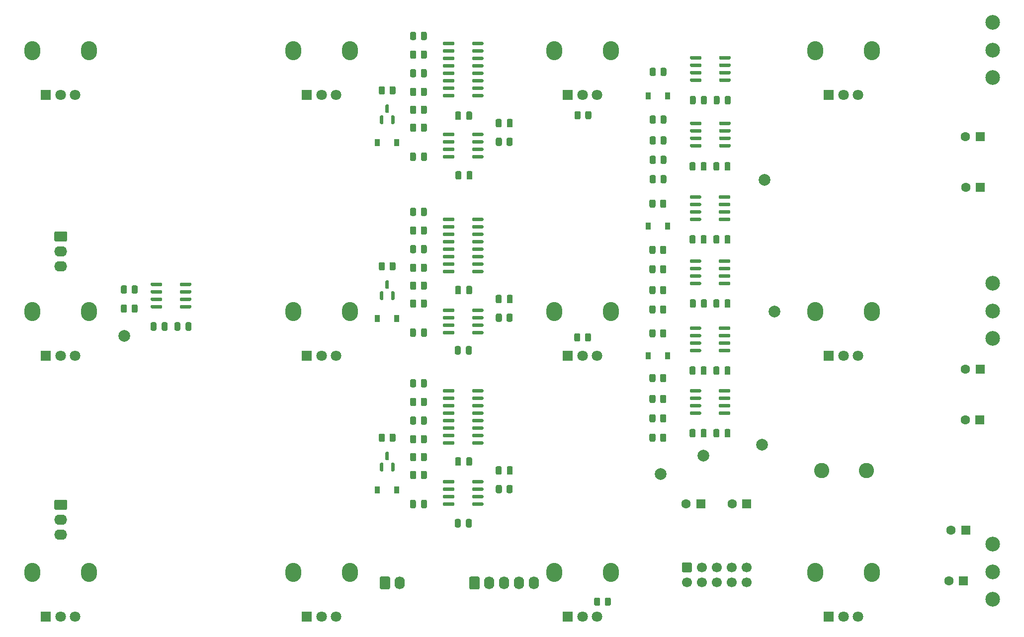
<source format=gbs>
G04 #@! TF.GenerationSoftware,KiCad,Pcbnew,6.0.5+dfsg-1~bpo11+1*
G04 #@! TF.CreationDate,2023-01-27T22:41:18+00:00*
G04 #@! TF.ProjectId,ADSR_board,41445352-5f62-46f6-9172-642e6b696361,1.1*
G04 #@! TF.SameCoordinates,Original*
G04 #@! TF.FileFunction,Soldermask,Bot*
G04 #@! TF.FilePolarity,Negative*
%FSLAX46Y46*%
G04 Gerber Fmt 4.6, Leading zero omitted, Abs format (unit mm)*
G04 Created by KiCad (PCBNEW 6.0.5+dfsg-1~bpo11+1) date 2023-01-27 22:41:18*
%MOMM*%
%LPD*%
G01*
G04 APERTURE LIST*
%ADD10O,2.720000X3.240000*%
%ADD11R,1.800000X1.800000*%
%ADD12C,1.800000*%
%ADD13C,2.500000*%
%ADD14C,1.700000*%
%ADD15C,2.000000*%
%ADD16R,1.600000X1.600000*%
%ADD17C,1.600000*%
%ADD18R,0.900000X1.200000*%
%ADD19C,2.600000*%
%ADD20O,2.190000X1.740000*%
%ADD21O,1.740000X2.190000*%
G04 APERTURE END LIST*
D10*
X164697000Y-49142000D03*
X155097000Y-49142000D03*
D11*
X157397000Y-56642000D03*
D12*
X159897000Y-56642000D03*
X162397000Y-56642000D03*
D10*
X75797000Y-93592000D03*
X66197000Y-93592000D03*
D11*
X68497000Y-101092000D03*
D12*
X70997000Y-101092000D03*
X73497000Y-101092000D03*
D10*
X199547000Y-49142000D03*
X209147000Y-49142000D03*
D11*
X201847000Y-56642000D03*
D12*
X204347000Y-56642000D03*
X206847000Y-56642000D03*
D10*
X209147000Y-138042000D03*
X199547000Y-138042000D03*
D11*
X201847000Y-145542000D03*
D12*
X204347000Y-145542000D03*
X206847000Y-145542000D03*
D10*
X110647000Y-49142000D03*
X120247000Y-49142000D03*
D11*
X112947000Y-56642000D03*
D12*
X115447000Y-56642000D03*
X117947000Y-56642000D03*
D10*
X110647000Y-138042000D03*
X120247000Y-138042000D03*
D11*
X112947000Y-145542000D03*
D12*
X115447000Y-145542000D03*
X117947000Y-145542000D03*
D13*
X229747000Y-142622000D03*
X229747000Y-137922000D03*
X229747000Y-133222000D03*
X229747000Y-53722000D03*
X229747000Y-49022000D03*
X229747000Y-44322000D03*
D10*
X164697000Y-138042000D03*
X155097000Y-138042000D03*
D11*
X157397000Y-145542000D03*
D12*
X159897000Y-145542000D03*
X162397000Y-145542000D03*
D10*
X75797000Y-49142000D03*
X66197000Y-49142000D03*
D11*
X68497000Y-56642000D03*
D12*
X70997000Y-56642000D03*
X73497000Y-56642000D03*
D10*
X199547000Y-93592000D03*
X209147000Y-93592000D03*
D11*
X201847000Y-101092000D03*
D12*
X204347000Y-101092000D03*
X206847000Y-101092000D03*
D10*
X155097000Y-93592000D03*
X164697000Y-93592000D03*
D11*
X157397000Y-101092000D03*
D12*
X159897000Y-101092000D03*
X162397000Y-101092000D03*
D13*
X229747000Y-98172000D03*
X229747000Y-93472000D03*
X229747000Y-88772000D03*
D10*
X110647000Y-93592000D03*
X120247000Y-93592000D03*
D11*
X112947000Y-101092000D03*
D12*
X115447000Y-101092000D03*
X117947000Y-101092000D03*
D10*
X75797000Y-138042000D03*
X66197000Y-138042000D03*
D11*
X68497000Y-145542000D03*
D12*
X70997000Y-145542000D03*
X73497000Y-145542000D03*
G36*
G01*
X145112000Y-121125000D02*
X145112000Y-120175000D01*
G75*
G02*
X145362000Y-119925000I250000J0D01*
G01*
X145862000Y-119925000D01*
G75*
G02*
X146112000Y-120175000I0J-250000D01*
G01*
X146112000Y-121125000D01*
G75*
G02*
X145862000Y-121375000I-250000J0D01*
G01*
X145362000Y-121375000D01*
G75*
G02*
X145112000Y-121125000I0J250000D01*
G01*
G37*
G36*
G01*
X147012000Y-121125000D02*
X147012000Y-120175000D01*
G75*
G02*
X147262000Y-119925000I250000J0D01*
G01*
X147762000Y-119925000D01*
G75*
G02*
X148012000Y-120175000I0J-250000D01*
G01*
X148012000Y-121125000D01*
G75*
G02*
X147762000Y-121375000I-250000J0D01*
G01*
X147262000Y-121375000D01*
G75*
G02*
X147012000Y-121125000I0J250000D01*
G01*
G37*
G36*
G01*
X181028000Y-103157000D02*
X181028000Y-104107000D01*
G75*
G02*
X180778000Y-104357000I-250000J0D01*
G01*
X180278000Y-104357000D01*
G75*
G02*
X180028000Y-104107000I0J250000D01*
G01*
X180028000Y-103157000D01*
G75*
G02*
X180278000Y-102907000I250000J0D01*
G01*
X180778000Y-102907000D01*
G75*
G02*
X181028000Y-103157000I0J-250000D01*
G01*
G37*
G36*
G01*
X179128000Y-103157000D02*
X179128000Y-104107000D01*
G75*
G02*
X178878000Y-104357000I-250000J0D01*
G01*
X178378000Y-104357000D01*
G75*
G02*
X178128000Y-104107000I0J250000D01*
G01*
X178128000Y-103157000D01*
G75*
G02*
X178378000Y-102907000I250000J0D01*
G01*
X178878000Y-102907000D01*
G75*
G02*
X179128000Y-103157000I0J-250000D01*
G01*
G37*
G36*
G01*
X181028000Y-68359000D02*
X181028000Y-69309000D01*
G75*
G02*
X180778000Y-69559000I-250000J0D01*
G01*
X180278000Y-69559000D01*
G75*
G02*
X180028000Y-69309000I0J250000D01*
G01*
X180028000Y-68359000D01*
G75*
G02*
X180278000Y-68109000I250000J0D01*
G01*
X180778000Y-68109000D01*
G75*
G02*
X181028000Y-68359000I0J-250000D01*
G01*
G37*
G36*
G01*
X179128000Y-68359000D02*
X179128000Y-69309000D01*
G75*
G02*
X178878000Y-69559000I-250000J0D01*
G01*
X178378000Y-69559000D01*
G75*
G02*
X178128000Y-69309000I0J250000D01*
G01*
X178128000Y-68359000D01*
G75*
G02*
X178378000Y-68109000I250000J0D01*
G01*
X178878000Y-68109000D01*
G75*
G02*
X179128000Y-68359000I0J-250000D01*
G01*
G37*
G36*
G01*
X171345800Y-64864400D02*
X171345800Y-63964400D01*
G75*
G02*
X171595800Y-63714400I250000J0D01*
G01*
X172120800Y-63714400D01*
G75*
G02*
X172370800Y-63964400I0J-250000D01*
G01*
X172370800Y-64864400D01*
G75*
G02*
X172120800Y-65114400I-250000J0D01*
G01*
X171595800Y-65114400D01*
G75*
G02*
X171345800Y-64864400I0J250000D01*
G01*
G37*
G36*
G01*
X173170800Y-64864400D02*
X173170800Y-63964400D01*
G75*
G02*
X173420800Y-63714400I250000J0D01*
G01*
X173945800Y-63714400D01*
G75*
G02*
X174195800Y-63964400I0J-250000D01*
G01*
X174195800Y-64864400D01*
G75*
G02*
X173945800Y-65114400I-250000J0D01*
G01*
X173420800Y-65114400D01*
G75*
G02*
X173170800Y-64864400I0J250000D01*
G01*
G37*
G36*
G01*
X133382000Y-61780000D02*
X133382000Y-62680000D01*
G75*
G02*
X133132000Y-62930000I-250000J0D01*
G01*
X132607000Y-62930000D01*
G75*
G02*
X132357000Y-62680000I0J250000D01*
G01*
X132357000Y-61780000D01*
G75*
G02*
X132607000Y-61530000I250000J0D01*
G01*
X133132000Y-61530000D01*
G75*
G02*
X133382000Y-61780000I0J-250000D01*
G01*
G37*
G36*
G01*
X131557000Y-61780000D02*
X131557000Y-62680000D01*
G75*
G02*
X131307000Y-62930000I-250000J0D01*
G01*
X130782000Y-62930000D01*
G75*
G02*
X130532000Y-62680000I0J250000D01*
G01*
X130532000Y-61780000D01*
G75*
G02*
X130782000Y-61530000I250000J0D01*
G01*
X131307000Y-61530000D01*
G75*
G02*
X131557000Y-61780000I0J-250000D01*
G01*
G37*
G36*
G01*
X177077000Y-136319500D02*
X178277000Y-136319500D01*
G75*
G02*
X178527000Y-136569500I0J-250000D01*
G01*
X178527000Y-137769500D01*
G75*
G02*
X178277000Y-138019500I-250000J0D01*
G01*
X177077000Y-138019500D01*
G75*
G02*
X176827000Y-137769500I0J250000D01*
G01*
X176827000Y-136569500D01*
G75*
G02*
X177077000Y-136319500I250000J0D01*
G01*
G37*
D14*
X177677000Y-139709500D03*
X180217000Y-137169500D03*
X180217000Y-139709500D03*
X182757000Y-137169500D03*
X182757000Y-139709500D03*
X185297000Y-137169500D03*
X185297000Y-139709500D03*
X187837000Y-137169500D03*
X187837000Y-139709500D03*
G36*
G01*
X138148400Y-100652600D02*
X138148400Y-99702600D01*
G75*
G02*
X138398400Y-99452600I250000J0D01*
G01*
X138898400Y-99452600D01*
G75*
G02*
X139148400Y-99702600I0J-250000D01*
G01*
X139148400Y-100652600D01*
G75*
G02*
X138898400Y-100902600I-250000J0D01*
G01*
X138398400Y-100902600D01*
G75*
G02*
X138148400Y-100652600I0J250000D01*
G01*
G37*
G36*
G01*
X140048400Y-100652600D02*
X140048400Y-99702600D01*
G75*
G02*
X140298400Y-99452600I250000J0D01*
G01*
X140798400Y-99452600D01*
G75*
G02*
X141048400Y-99702600I0J-250000D01*
G01*
X141048400Y-100652600D01*
G75*
G02*
X140798400Y-100902600I-250000J0D01*
G01*
X140298400Y-100902600D01*
G75*
G02*
X140048400Y-100652600I0J250000D01*
G01*
G37*
G36*
G01*
X174195800Y-52280400D02*
X174195800Y-53180400D01*
G75*
G02*
X173945800Y-53430400I-250000J0D01*
G01*
X173420800Y-53430400D01*
G75*
G02*
X173170800Y-53180400I0J250000D01*
G01*
X173170800Y-52280400D01*
G75*
G02*
X173420800Y-52030400I250000J0D01*
G01*
X173945800Y-52030400D01*
G75*
G02*
X174195800Y-52280400I0J-250000D01*
G01*
G37*
G36*
G01*
X172370800Y-52280400D02*
X172370800Y-53180400D01*
G75*
G02*
X172120800Y-53430400I-250000J0D01*
G01*
X171595800Y-53430400D01*
G75*
G02*
X171345800Y-53180400I0J250000D01*
G01*
X171345800Y-52280400D01*
G75*
G02*
X171595800Y-52030400I250000J0D01*
G01*
X172120800Y-52030400D01*
G75*
G02*
X172370800Y-52280400I0J-250000D01*
G01*
G37*
G36*
G01*
X174145000Y-74734000D02*
X174145000Y-75634000D01*
G75*
G02*
X173895000Y-75884000I-250000J0D01*
G01*
X173370000Y-75884000D01*
G75*
G02*
X173120000Y-75634000I0J250000D01*
G01*
X173120000Y-74734000D01*
G75*
G02*
X173370000Y-74484000I250000J0D01*
G01*
X173895000Y-74484000D01*
G75*
G02*
X174145000Y-74734000I0J-250000D01*
G01*
G37*
G36*
G01*
X172320000Y-74734000D02*
X172320000Y-75634000D01*
G75*
G02*
X172070000Y-75884000I-250000J0D01*
G01*
X171545000Y-75884000D01*
G75*
G02*
X171295000Y-75634000I0J250000D01*
G01*
X171295000Y-74734000D01*
G75*
G02*
X171545000Y-74484000I250000J0D01*
G01*
X172070000Y-74484000D01*
G75*
G02*
X172320000Y-74734000I0J-250000D01*
G01*
G37*
G36*
G01*
X185060000Y-96243000D02*
X185060000Y-96543000D01*
G75*
G02*
X184910000Y-96693000I-150000J0D01*
G01*
X183260000Y-96693000D01*
G75*
G02*
X183110000Y-96543000I0J150000D01*
G01*
X183110000Y-96243000D01*
G75*
G02*
X183260000Y-96093000I150000J0D01*
G01*
X184910000Y-96093000D01*
G75*
G02*
X185060000Y-96243000I0J-150000D01*
G01*
G37*
G36*
G01*
X185060000Y-97513000D02*
X185060000Y-97813000D01*
G75*
G02*
X184910000Y-97963000I-150000J0D01*
G01*
X183260000Y-97963000D01*
G75*
G02*
X183110000Y-97813000I0J150000D01*
G01*
X183110000Y-97513000D01*
G75*
G02*
X183260000Y-97363000I150000J0D01*
G01*
X184910000Y-97363000D01*
G75*
G02*
X185060000Y-97513000I0J-150000D01*
G01*
G37*
G36*
G01*
X185060000Y-98783000D02*
X185060000Y-99083000D01*
G75*
G02*
X184910000Y-99233000I-150000J0D01*
G01*
X183260000Y-99233000D01*
G75*
G02*
X183110000Y-99083000I0J150000D01*
G01*
X183110000Y-98783000D01*
G75*
G02*
X183260000Y-98633000I150000J0D01*
G01*
X184910000Y-98633000D01*
G75*
G02*
X185060000Y-98783000I0J-150000D01*
G01*
G37*
G36*
G01*
X185060000Y-100053000D02*
X185060000Y-100353000D01*
G75*
G02*
X184910000Y-100503000I-150000J0D01*
G01*
X183260000Y-100503000D01*
G75*
G02*
X183110000Y-100353000I0J150000D01*
G01*
X183110000Y-100053000D01*
G75*
G02*
X183260000Y-99903000I150000J0D01*
G01*
X184910000Y-99903000D01*
G75*
G02*
X185060000Y-100053000I0J-150000D01*
G01*
G37*
G36*
G01*
X180110000Y-100053000D02*
X180110000Y-100353000D01*
G75*
G02*
X179960000Y-100503000I-150000J0D01*
G01*
X178310000Y-100503000D01*
G75*
G02*
X178160000Y-100353000I0J150000D01*
G01*
X178160000Y-100053000D01*
G75*
G02*
X178310000Y-99903000I150000J0D01*
G01*
X179960000Y-99903000D01*
G75*
G02*
X180110000Y-100053000I0J-150000D01*
G01*
G37*
G36*
G01*
X180110000Y-98783000D02*
X180110000Y-99083000D01*
G75*
G02*
X179960000Y-99233000I-150000J0D01*
G01*
X178310000Y-99233000D01*
G75*
G02*
X178160000Y-99083000I0J150000D01*
G01*
X178160000Y-98783000D01*
G75*
G02*
X178310000Y-98633000I150000J0D01*
G01*
X179960000Y-98633000D01*
G75*
G02*
X180110000Y-98783000I0J-150000D01*
G01*
G37*
G36*
G01*
X180110000Y-97513000D02*
X180110000Y-97813000D01*
G75*
G02*
X179960000Y-97963000I-150000J0D01*
G01*
X178310000Y-97963000D01*
G75*
G02*
X178160000Y-97813000I0J150000D01*
G01*
X178160000Y-97513000D01*
G75*
G02*
X178310000Y-97363000I150000J0D01*
G01*
X179960000Y-97363000D01*
G75*
G02*
X180110000Y-97513000I0J-150000D01*
G01*
G37*
G36*
G01*
X180110000Y-96243000D02*
X180110000Y-96543000D01*
G75*
G02*
X179960000Y-96693000I-150000J0D01*
G01*
X178310000Y-96693000D01*
G75*
G02*
X178160000Y-96543000I0J150000D01*
G01*
X178160000Y-96243000D01*
G75*
G02*
X178310000Y-96093000I150000J0D01*
G01*
X179960000Y-96093000D01*
G75*
G02*
X180110000Y-96243000I0J-150000D01*
G01*
G37*
D15*
X190449200Y-116255800D03*
G36*
G01*
X138250000Y-70833000D02*
X138250000Y-69883000D01*
G75*
G02*
X138500000Y-69633000I250000J0D01*
G01*
X139000000Y-69633000D01*
G75*
G02*
X139250000Y-69883000I0J-250000D01*
G01*
X139250000Y-70833000D01*
G75*
G02*
X139000000Y-71083000I-250000J0D01*
G01*
X138500000Y-71083000D01*
G75*
G02*
X138250000Y-70833000I0J250000D01*
G01*
G37*
G36*
G01*
X140150000Y-70833000D02*
X140150000Y-69883000D01*
G75*
G02*
X140400000Y-69633000I250000J0D01*
G01*
X140900000Y-69633000D01*
G75*
G02*
X141150000Y-69883000I0J-250000D01*
G01*
X141150000Y-70833000D01*
G75*
G02*
X140900000Y-71083000I-250000J0D01*
G01*
X140400000Y-71083000D01*
G75*
G02*
X140150000Y-70833000I0J250000D01*
G01*
G37*
G36*
G01*
X133382000Y-120962000D02*
X133382000Y-121862000D01*
G75*
G02*
X133132000Y-122112000I-250000J0D01*
G01*
X132607000Y-122112000D01*
G75*
G02*
X132357000Y-121862000I0J250000D01*
G01*
X132357000Y-120962000D01*
G75*
G02*
X132607000Y-120712000I250000J0D01*
G01*
X133132000Y-120712000D01*
G75*
G02*
X133382000Y-120962000I0J-250000D01*
G01*
G37*
G36*
G01*
X131557000Y-120962000D02*
X131557000Y-121862000D01*
G75*
G02*
X131307000Y-122112000I-250000J0D01*
G01*
X130782000Y-122112000D01*
G75*
G02*
X130532000Y-121862000I0J250000D01*
G01*
X130532000Y-120962000D01*
G75*
G02*
X130782000Y-120712000I250000J0D01*
G01*
X131307000Y-120712000D01*
G75*
G02*
X131557000Y-120962000I0J-250000D01*
G01*
G37*
G36*
G01*
X133382000Y-117914000D02*
X133382000Y-118814000D01*
G75*
G02*
X133132000Y-119064000I-250000J0D01*
G01*
X132607000Y-119064000D01*
G75*
G02*
X132357000Y-118814000I0J250000D01*
G01*
X132357000Y-117914000D01*
G75*
G02*
X132607000Y-117664000I250000J0D01*
G01*
X133132000Y-117664000D01*
G75*
G02*
X133382000Y-117914000I0J-250000D01*
G01*
G37*
G36*
G01*
X131557000Y-117914000D02*
X131557000Y-118814000D01*
G75*
G02*
X131307000Y-119064000I-250000J0D01*
G01*
X130782000Y-119064000D01*
G75*
G02*
X130532000Y-118814000I0J250000D01*
G01*
X130532000Y-117914000D01*
G75*
G02*
X130782000Y-117664000I250000J0D01*
G01*
X131307000Y-117664000D01*
G75*
G02*
X131557000Y-117914000I0J-250000D01*
G01*
G37*
G36*
G01*
X133382000Y-76131000D02*
X133382000Y-77031000D01*
G75*
G02*
X133132000Y-77281000I-250000J0D01*
G01*
X132607000Y-77281000D01*
G75*
G02*
X132357000Y-77031000I0J250000D01*
G01*
X132357000Y-76131000D01*
G75*
G02*
X132607000Y-75881000I250000J0D01*
G01*
X133132000Y-75881000D01*
G75*
G02*
X133382000Y-76131000I0J-250000D01*
G01*
G37*
G36*
G01*
X131557000Y-76131000D02*
X131557000Y-77031000D01*
G75*
G02*
X131307000Y-77281000I-250000J0D01*
G01*
X130782000Y-77281000D01*
G75*
G02*
X130532000Y-77031000I0J250000D01*
G01*
X130532000Y-76131000D01*
G75*
G02*
X130782000Y-75881000I250000J0D01*
G01*
X131307000Y-75881000D01*
G75*
G02*
X131557000Y-76131000I0J-250000D01*
G01*
G37*
G36*
G01*
X171295000Y-86810000D02*
X171295000Y-85910000D01*
G75*
G02*
X171545000Y-85660000I250000J0D01*
G01*
X172070000Y-85660000D01*
G75*
G02*
X172320000Y-85910000I0J-250000D01*
G01*
X172320000Y-86810000D01*
G75*
G02*
X172070000Y-87060000I-250000J0D01*
G01*
X171545000Y-87060000D01*
G75*
G02*
X171295000Y-86810000I0J250000D01*
G01*
G37*
G36*
G01*
X173120000Y-86810000D02*
X173120000Y-85910000D01*
G75*
G02*
X173370000Y-85660000I250000J0D01*
G01*
X173895000Y-85660000D01*
G75*
G02*
X174145000Y-85910000I0J-250000D01*
G01*
X174145000Y-86810000D01*
G75*
G02*
X173895000Y-87060000I-250000J0D01*
G01*
X173370000Y-87060000D01*
G75*
G02*
X173120000Y-86810000I0J250000D01*
G01*
G37*
X81889600Y-97739200D03*
G36*
G01*
X147987000Y-123375000D02*
X147987000Y-124275000D01*
G75*
G02*
X147737000Y-124525000I-250000J0D01*
G01*
X147212000Y-124525000D01*
G75*
G02*
X146962000Y-124275000I0J250000D01*
G01*
X146962000Y-123375000D01*
G75*
G02*
X147212000Y-123125000I250000J0D01*
G01*
X147737000Y-123125000D01*
G75*
G02*
X147987000Y-123375000I0J-250000D01*
G01*
G37*
G36*
G01*
X146162000Y-123375000D02*
X146162000Y-124275000D01*
G75*
G02*
X145912000Y-124525000I-250000J0D01*
G01*
X145387000Y-124525000D01*
G75*
G02*
X145137000Y-124275000I0J250000D01*
G01*
X145137000Y-123375000D01*
G75*
G02*
X145387000Y-123125000I250000J0D01*
G01*
X145912000Y-123125000D01*
G75*
G02*
X146162000Y-123375000I0J-250000D01*
G01*
G37*
G36*
G01*
X171295000Y-83508000D02*
X171295000Y-82608000D01*
G75*
G02*
X171545000Y-82358000I250000J0D01*
G01*
X172070000Y-82358000D01*
G75*
G02*
X172320000Y-82608000I0J-250000D01*
G01*
X172320000Y-83508000D01*
G75*
G02*
X172070000Y-83758000I-250000J0D01*
G01*
X171545000Y-83758000D01*
G75*
G02*
X171295000Y-83508000I0J250000D01*
G01*
G37*
G36*
G01*
X173120000Y-83508000D02*
X173120000Y-82608000D01*
G75*
G02*
X173370000Y-82358000I250000J0D01*
G01*
X173895000Y-82358000D01*
G75*
G02*
X174145000Y-82608000I0J-250000D01*
G01*
X174145000Y-83508000D01*
G75*
G02*
X173895000Y-83758000I-250000J0D01*
G01*
X173370000Y-83758000D01*
G75*
G02*
X173120000Y-83508000I0J250000D01*
G01*
G37*
G36*
G01*
X138199200Y-119601000D02*
X138199200Y-118651000D01*
G75*
G02*
X138449200Y-118401000I250000J0D01*
G01*
X138949200Y-118401000D01*
G75*
G02*
X139199200Y-118651000I0J-250000D01*
G01*
X139199200Y-119601000D01*
G75*
G02*
X138949200Y-119851000I-250000J0D01*
G01*
X138449200Y-119851000D01*
G75*
G02*
X138199200Y-119601000I0J250000D01*
G01*
G37*
G36*
G01*
X140099200Y-119601000D02*
X140099200Y-118651000D01*
G75*
G02*
X140349200Y-118401000I250000J0D01*
G01*
X140849200Y-118401000D01*
G75*
G02*
X141099200Y-118651000I0J-250000D01*
G01*
X141099200Y-119601000D01*
G75*
G02*
X140849200Y-119851000I-250000J0D01*
G01*
X140349200Y-119851000D01*
G75*
G02*
X140099200Y-119601000I0J250000D01*
G01*
G37*
D16*
X227685600Y-72390000D03*
D17*
X225185600Y-72390000D03*
G36*
G01*
X133382000Y-82481000D02*
X133382000Y-83381000D01*
G75*
G02*
X133132000Y-83631000I-250000J0D01*
G01*
X132607000Y-83631000D01*
G75*
G02*
X132357000Y-83381000I0J250000D01*
G01*
X132357000Y-82481000D01*
G75*
G02*
X132607000Y-82231000I250000J0D01*
G01*
X133132000Y-82231000D01*
G75*
G02*
X133382000Y-82481000I0J-250000D01*
G01*
G37*
G36*
G01*
X131557000Y-82481000D02*
X131557000Y-83381000D01*
G75*
G02*
X131307000Y-83631000I-250000J0D01*
G01*
X130782000Y-83631000D01*
G75*
G02*
X130532000Y-83381000I0J250000D01*
G01*
X130532000Y-82481000D01*
G75*
G02*
X130782000Y-82231000I250000J0D01*
G01*
X131307000Y-82231000D01*
G75*
G02*
X131557000Y-82481000I0J-250000D01*
G01*
G37*
D18*
X128273000Y-123952000D03*
X124973000Y-123952000D03*
G36*
G01*
X171295000Y-93668000D02*
X171295000Y-92768000D01*
G75*
G02*
X171545000Y-92518000I250000J0D01*
G01*
X172070000Y-92518000D01*
G75*
G02*
X172320000Y-92768000I0J-250000D01*
G01*
X172320000Y-93668000D01*
G75*
G02*
X172070000Y-93918000I-250000J0D01*
G01*
X171545000Y-93918000D01*
G75*
G02*
X171295000Y-93668000I0J250000D01*
G01*
G37*
G36*
G01*
X173120000Y-93668000D02*
X173120000Y-92768000D01*
G75*
G02*
X173370000Y-92518000I250000J0D01*
G01*
X173895000Y-92518000D01*
G75*
G02*
X174145000Y-92768000I0J-250000D01*
G01*
X174145000Y-93668000D01*
G75*
G02*
X173895000Y-93918000I-250000J0D01*
G01*
X173370000Y-93918000D01*
G75*
G02*
X173120000Y-93668000I0J250000D01*
G01*
G37*
G36*
G01*
X158493400Y-98417800D02*
X158493400Y-97517800D01*
G75*
G02*
X158743400Y-97267800I250000J0D01*
G01*
X159268400Y-97267800D01*
G75*
G02*
X159518400Y-97517800I0J-250000D01*
G01*
X159518400Y-98417800D01*
G75*
G02*
X159268400Y-98667800I-250000J0D01*
G01*
X158743400Y-98667800D01*
G75*
G02*
X158493400Y-98417800I0J250000D01*
G01*
G37*
G36*
G01*
X160318400Y-98417800D02*
X160318400Y-97517800D01*
G75*
G02*
X160568400Y-97267800I250000J0D01*
G01*
X161093400Y-97267800D01*
G75*
G02*
X161343400Y-97517800I0J-250000D01*
G01*
X161343400Y-98417800D01*
G75*
G02*
X161093400Y-98667800I-250000J0D01*
G01*
X160568400Y-98667800D01*
G75*
G02*
X160318400Y-98417800I0J250000D01*
G01*
G37*
G36*
G01*
X127723000Y-91591000D02*
X127423000Y-91591000D01*
G75*
G02*
X127273000Y-91441000I0J150000D01*
G01*
X127273000Y-90266000D01*
G75*
G02*
X127423000Y-90116000I150000J0D01*
G01*
X127723000Y-90116000D01*
G75*
G02*
X127873000Y-90266000I0J-150000D01*
G01*
X127873000Y-91441000D01*
G75*
G02*
X127723000Y-91591000I-150000J0D01*
G01*
G37*
G36*
G01*
X125823000Y-91591000D02*
X125523000Y-91591000D01*
G75*
G02*
X125373000Y-91441000I0J150000D01*
G01*
X125373000Y-90266000D01*
G75*
G02*
X125523000Y-90116000I150000J0D01*
G01*
X125823000Y-90116000D01*
G75*
G02*
X125973000Y-90266000I0J-150000D01*
G01*
X125973000Y-91441000D01*
G75*
G02*
X125823000Y-91591000I-150000J0D01*
G01*
G37*
G36*
G01*
X126773000Y-89716000D02*
X126473000Y-89716000D01*
G75*
G02*
X126323000Y-89566000I0J150000D01*
G01*
X126323000Y-88391000D01*
G75*
G02*
X126473000Y-88241000I150000J0D01*
G01*
X126773000Y-88241000D01*
G75*
G02*
X126923000Y-88391000I0J-150000D01*
G01*
X126923000Y-89566000D01*
G75*
G02*
X126773000Y-89716000I-150000J0D01*
G01*
G37*
G36*
G01*
X185092000Y-80805000D02*
X185092000Y-81755000D01*
G75*
G02*
X184842000Y-82005000I-250000J0D01*
G01*
X184342000Y-82005000D01*
G75*
G02*
X184092000Y-81755000I0J250000D01*
G01*
X184092000Y-80805000D01*
G75*
G02*
X184342000Y-80555000I250000J0D01*
G01*
X184842000Y-80555000D01*
G75*
G02*
X185092000Y-80805000I0J-250000D01*
G01*
G37*
G36*
G01*
X183192000Y-80805000D02*
X183192000Y-81755000D01*
G75*
G02*
X182942000Y-82005000I-250000J0D01*
G01*
X182442000Y-82005000D01*
G75*
G02*
X182192000Y-81755000I0J250000D01*
G01*
X182192000Y-80805000D01*
G75*
G02*
X182442000Y-80555000I250000J0D01*
G01*
X182942000Y-80555000D01*
G75*
G02*
X183192000Y-80805000I0J-250000D01*
G01*
G37*
G36*
G01*
X181028000Y-80805000D02*
X181028000Y-81755000D01*
G75*
G02*
X180778000Y-82005000I-250000J0D01*
G01*
X180278000Y-82005000D01*
G75*
G02*
X180028000Y-81755000I0J250000D01*
G01*
X180028000Y-80805000D01*
G75*
G02*
X180278000Y-80555000I250000J0D01*
G01*
X180778000Y-80555000D01*
G75*
G02*
X181028000Y-80805000I0J-250000D01*
G01*
G37*
G36*
G01*
X179128000Y-80805000D02*
X179128000Y-81755000D01*
G75*
G02*
X178878000Y-82005000I-250000J0D01*
G01*
X178378000Y-82005000D01*
G75*
G02*
X178128000Y-81755000I0J250000D01*
G01*
X178128000Y-80805000D01*
G75*
G02*
X178378000Y-80555000I250000J0D01*
G01*
X178878000Y-80555000D01*
G75*
G02*
X179128000Y-80805000I0J-250000D01*
G01*
G37*
G36*
G01*
X127723000Y-120801000D02*
X127423000Y-120801000D01*
G75*
G02*
X127273000Y-120651000I0J150000D01*
G01*
X127273000Y-119476000D01*
G75*
G02*
X127423000Y-119326000I150000J0D01*
G01*
X127723000Y-119326000D01*
G75*
G02*
X127873000Y-119476000I0J-150000D01*
G01*
X127873000Y-120651000D01*
G75*
G02*
X127723000Y-120801000I-150000J0D01*
G01*
G37*
G36*
G01*
X125823000Y-120801000D02*
X125523000Y-120801000D01*
G75*
G02*
X125373000Y-120651000I0J150000D01*
G01*
X125373000Y-119476000D01*
G75*
G02*
X125523000Y-119326000I150000J0D01*
G01*
X125823000Y-119326000D01*
G75*
G02*
X125973000Y-119476000I0J-150000D01*
G01*
X125973000Y-120651000D01*
G75*
G02*
X125823000Y-120801000I-150000J0D01*
G01*
G37*
G36*
G01*
X126773000Y-118926000D02*
X126473000Y-118926000D01*
G75*
G02*
X126323000Y-118776000I0J150000D01*
G01*
X126323000Y-117601000D01*
G75*
G02*
X126473000Y-117451000I150000J0D01*
G01*
X126773000Y-117451000D01*
G75*
G02*
X126923000Y-117601000I0J-150000D01*
G01*
X126923000Y-118776000D01*
G75*
G02*
X126773000Y-118926000I-150000J0D01*
G01*
G37*
G36*
G01*
X143027000Y-106911000D02*
X143027000Y-107211000D01*
G75*
G02*
X142877000Y-107361000I-150000J0D01*
G01*
X141227000Y-107361000D01*
G75*
G02*
X141077000Y-107211000I0J150000D01*
G01*
X141077000Y-106911000D01*
G75*
G02*
X141227000Y-106761000I150000J0D01*
G01*
X142877000Y-106761000D01*
G75*
G02*
X143027000Y-106911000I0J-150000D01*
G01*
G37*
G36*
G01*
X143027000Y-108181000D02*
X143027000Y-108481000D01*
G75*
G02*
X142877000Y-108631000I-150000J0D01*
G01*
X141227000Y-108631000D01*
G75*
G02*
X141077000Y-108481000I0J150000D01*
G01*
X141077000Y-108181000D01*
G75*
G02*
X141227000Y-108031000I150000J0D01*
G01*
X142877000Y-108031000D01*
G75*
G02*
X143027000Y-108181000I0J-150000D01*
G01*
G37*
G36*
G01*
X143027000Y-109451000D02*
X143027000Y-109751000D01*
G75*
G02*
X142877000Y-109901000I-150000J0D01*
G01*
X141227000Y-109901000D01*
G75*
G02*
X141077000Y-109751000I0J150000D01*
G01*
X141077000Y-109451000D01*
G75*
G02*
X141227000Y-109301000I150000J0D01*
G01*
X142877000Y-109301000D01*
G75*
G02*
X143027000Y-109451000I0J-150000D01*
G01*
G37*
G36*
G01*
X143027000Y-110721000D02*
X143027000Y-111021000D01*
G75*
G02*
X142877000Y-111171000I-150000J0D01*
G01*
X141227000Y-111171000D01*
G75*
G02*
X141077000Y-111021000I0J150000D01*
G01*
X141077000Y-110721000D01*
G75*
G02*
X141227000Y-110571000I150000J0D01*
G01*
X142877000Y-110571000D01*
G75*
G02*
X143027000Y-110721000I0J-150000D01*
G01*
G37*
G36*
G01*
X143027000Y-111991000D02*
X143027000Y-112291000D01*
G75*
G02*
X142877000Y-112441000I-150000J0D01*
G01*
X141227000Y-112441000D01*
G75*
G02*
X141077000Y-112291000I0J150000D01*
G01*
X141077000Y-111991000D01*
G75*
G02*
X141227000Y-111841000I150000J0D01*
G01*
X142877000Y-111841000D01*
G75*
G02*
X143027000Y-111991000I0J-150000D01*
G01*
G37*
G36*
G01*
X143027000Y-113261000D02*
X143027000Y-113561000D01*
G75*
G02*
X142877000Y-113711000I-150000J0D01*
G01*
X141227000Y-113711000D01*
G75*
G02*
X141077000Y-113561000I0J150000D01*
G01*
X141077000Y-113261000D01*
G75*
G02*
X141227000Y-113111000I150000J0D01*
G01*
X142877000Y-113111000D01*
G75*
G02*
X143027000Y-113261000I0J-150000D01*
G01*
G37*
G36*
G01*
X143027000Y-114531000D02*
X143027000Y-114831000D01*
G75*
G02*
X142877000Y-114981000I-150000J0D01*
G01*
X141227000Y-114981000D01*
G75*
G02*
X141077000Y-114831000I0J150000D01*
G01*
X141077000Y-114531000D01*
G75*
G02*
X141227000Y-114381000I150000J0D01*
G01*
X142877000Y-114381000D01*
G75*
G02*
X143027000Y-114531000I0J-150000D01*
G01*
G37*
G36*
G01*
X143027000Y-115801000D02*
X143027000Y-116101000D01*
G75*
G02*
X142877000Y-116251000I-150000J0D01*
G01*
X141227000Y-116251000D01*
G75*
G02*
X141077000Y-116101000I0J150000D01*
G01*
X141077000Y-115801000D01*
G75*
G02*
X141227000Y-115651000I150000J0D01*
G01*
X142877000Y-115651000D01*
G75*
G02*
X143027000Y-115801000I0J-150000D01*
G01*
G37*
G36*
G01*
X138077000Y-115801000D02*
X138077000Y-116101000D01*
G75*
G02*
X137927000Y-116251000I-150000J0D01*
G01*
X136277000Y-116251000D01*
G75*
G02*
X136127000Y-116101000I0J150000D01*
G01*
X136127000Y-115801000D01*
G75*
G02*
X136277000Y-115651000I150000J0D01*
G01*
X137927000Y-115651000D01*
G75*
G02*
X138077000Y-115801000I0J-150000D01*
G01*
G37*
G36*
G01*
X138077000Y-114531000D02*
X138077000Y-114831000D01*
G75*
G02*
X137927000Y-114981000I-150000J0D01*
G01*
X136277000Y-114981000D01*
G75*
G02*
X136127000Y-114831000I0J150000D01*
G01*
X136127000Y-114531000D01*
G75*
G02*
X136277000Y-114381000I150000J0D01*
G01*
X137927000Y-114381000D01*
G75*
G02*
X138077000Y-114531000I0J-150000D01*
G01*
G37*
G36*
G01*
X138077000Y-113261000D02*
X138077000Y-113561000D01*
G75*
G02*
X137927000Y-113711000I-150000J0D01*
G01*
X136277000Y-113711000D01*
G75*
G02*
X136127000Y-113561000I0J150000D01*
G01*
X136127000Y-113261000D01*
G75*
G02*
X136277000Y-113111000I150000J0D01*
G01*
X137927000Y-113111000D01*
G75*
G02*
X138077000Y-113261000I0J-150000D01*
G01*
G37*
G36*
G01*
X138077000Y-111991000D02*
X138077000Y-112291000D01*
G75*
G02*
X137927000Y-112441000I-150000J0D01*
G01*
X136277000Y-112441000D01*
G75*
G02*
X136127000Y-112291000I0J150000D01*
G01*
X136127000Y-111991000D01*
G75*
G02*
X136277000Y-111841000I150000J0D01*
G01*
X137927000Y-111841000D01*
G75*
G02*
X138077000Y-111991000I0J-150000D01*
G01*
G37*
G36*
G01*
X138077000Y-110721000D02*
X138077000Y-111021000D01*
G75*
G02*
X137927000Y-111171000I-150000J0D01*
G01*
X136277000Y-111171000D01*
G75*
G02*
X136127000Y-111021000I0J150000D01*
G01*
X136127000Y-110721000D01*
G75*
G02*
X136277000Y-110571000I150000J0D01*
G01*
X137927000Y-110571000D01*
G75*
G02*
X138077000Y-110721000I0J-150000D01*
G01*
G37*
G36*
G01*
X138077000Y-109451000D02*
X138077000Y-109751000D01*
G75*
G02*
X137927000Y-109901000I-150000J0D01*
G01*
X136277000Y-109901000D01*
G75*
G02*
X136127000Y-109751000I0J150000D01*
G01*
X136127000Y-109451000D01*
G75*
G02*
X136277000Y-109301000I150000J0D01*
G01*
X137927000Y-109301000D01*
G75*
G02*
X138077000Y-109451000I0J-150000D01*
G01*
G37*
G36*
G01*
X138077000Y-108181000D02*
X138077000Y-108481000D01*
G75*
G02*
X137927000Y-108631000I-150000J0D01*
G01*
X136277000Y-108631000D01*
G75*
G02*
X136127000Y-108481000I0J150000D01*
G01*
X136127000Y-108181000D01*
G75*
G02*
X136277000Y-108031000I150000J0D01*
G01*
X137927000Y-108031000D01*
G75*
G02*
X138077000Y-108181000I0J-150000D01*
G01*
G37*
G36*
G01*
X138077000Y-106911000D02*
X138077000Y-107211000D01*
G75*
G02*
X137927000Y-107361000I-150000J0D01*
G01*
X136277000Y-107361000D01*
G75*
G02*
X136127000Y-107211000I0J150000D01*
G01*
X136127000Y-106911000D01*
G75*
G02*
X136277000Y-106761000I150000J0D01*
G01*
X137927000Y-106761000D01*
G75*
G02*
X138077000Y-106911000I0J-150000D01*
G01*
G37*
G36*
G01*
X174145000Y-89466000D02*
X174145000Y-90366000D01*
G75*
G02*
X173895000Y-90616000I-250000J0D01*
G01*
X173370000Y-90616000D01*
G75*
G02*
X173120000Y-90366000I0J250000D01*
G01*
X173120000Y-89466000D01*
G75*
G02*
X173370000Y-89216000I250000J0D01*
G01*
X173895000Y-89216000D01*
G75*
G02*
X174145000Y-89466000I0J-250000D01*
G01*
G37*
G36*
G01*
X172320000Y-89466000D02*
X172320000Y-90366000D01*
G75*
G02*
X172070000Y-90616000I-250000J0D01*
G01*
X171545000Y-90616000D01*
G75*
G02*
X171295000Y-90366000I0J250000D01*
G01*
X171295000Y-89466000D01*
G75*
G02*
X171545000Y-89216000I250000J0D01*
G01*
X172070000Y-89216000D01*
G75*
G02*
X172320000Y-89466000I0J-250000D01*
G01*
G37*
D15*
X190931800Y-71170800D03*
G36*
G01*
X185092000Y-68359000D02*
X185092000Y-69309000D01*
G75*
G02*
X184842000Y-69559000I-250000J0D01*
G01*
X184342000Y-69559000D01*
G75*
G02*
X184092000Y-69309000I0J250000D01*
G01*
X184092000Y-68359000D01*
G75*
G02*
X184342000Y-68109000I250000J0D01*
G01*
X184842000Y-68109000D01*
G75*
G02*
X185092000Y-68359000I0J-250000D01*
G01*
G37*
G36*
G01*
X183192000Y-68359000D02*
X183192000Y-69309000D01*
G75*
G02*
X182942000Y-69559000I-250000J0D01*
G01*
X182442000Y-69559000D01*
G75*
G02*
X182192000Y-69309000I0J250000D01*
G01*
X182192000Y-68359000D01*
G75*
G02*
X182442000Y-68109000I250000J0D01*
G01*
X182942000Y-68109000D01*
G75*
G02*
X183192000Y-68359000I0J-250000D01*
G01*
G37*
G36*
G01*
X133382000Y-91752000D02*
X133382000Y-92652000D01*
G75*
G02*
X133132000Y-92902000I-250000J0D01*
G01*
X132607000Y-92902000D01*
G75*
G02*
X132357000Y-92652000I0J250000D01*
G01*
X132357000Y-91752000D01*
G75*
G02*
X132607000Y-91502000I250000J0D01*
G01*
X133132000Y-91502000D01*
G75*
G02*
X133382000Y-91752000I0J-250000D01*
G01*
G37*
G36*
G01*
X131557000Y-91752000D02*
X131557000Y-92652000D01*
G75*
G02*
X131307000Y-92902000I-250000J0D01*
G01*
X130782000Y-92902000D01*
G75*
G02*
X130532000Y-92652000I0J250000D01*
G01*
X130532000Y-91752000D01*
G75*
G02*
X130782000Y-91502000I250000J0D01*
G01*
X131307000Y-91502000D01*
G75*
G02*
X131557000Y-91752000I0J-250000D01*
G01*
G37*
G36*
G01*
X133382000Y-105341000D02*
X133382000Y-106241000D01*
G75*
G02*
X133132000Y-106491000I-250000J0D01*
G01*
X132607000Y-106491000D01*
G75*
G02*
X132357000Y-106241000I0J250000D01*
G01*
X132357000Y-105341000D01*
G75*
G02*
X132607000Y-105091000I250000J0D01*
G01*
X133132000Y-105091000D01*
G75*
G02*
X133382000Y-105341000I0J-250000D01*
G01*
G37*
G36*
G01*
X131557000Y-105341000D02*
X131557000Y-106241000D01*
G75*
G02*
X131307000Y-106491000I-250000J0D01*
G01*
X130782000Y-106491000D01*
G75*
G02*
X130532000Y-106241000I0J250000D01*
G01*
X130532000Y-105341000D01*
G75*
G02*
X130782000Y-105091000I250000J0D01*
G01*
X131307000Y-105091000D01*
G75*
G02*
X131557000Y-105341000I0J-250000D01*
G01*
G37*
G36*
G01*
X93264400Y-88775400D02*
X93264400Y-89075400D01*
G75*
G02*
X93114400Y-89225400I-150000J0D01*
G01*
X91464400Y-89225400D01*
G75*
G02*
X91314400Y-89075400I0J150000D01*
G01*
X91314400Y-88775400D01*
G75*
G02*
X91464400Y-88625400I150000J0D01*
G01*
X93114400Y-88625400D01*
G75*
G02*
X93264400Y-88775400I0J-150000D01*
G01*
G37*
G36*
G01*
X93264400Y-90045400D02*
X93264400Y-90345400D01*
G75*
G02*
X93114400Y-90495400I-150000J0D01*
G01*
X91464400Y-90495400D01*
G75*
G02*
X91314400Y-90345400I0J150000D01*
G01*
X91314400Y-90045400D01*
G75*
G02*
X91464400Y-89895400I150000J0D01*
G01*
X93114400Y-89895400D01*
G75*
G02*
X93264400Y-90045400I0J-150000D01*
G01*
G37*
G36*
G01*
X93264400Y-91315400D02*
X93264400Y-91615400D01*
G75*
G02*
X93114400Y-91765400I-150000J0D01*
G01*
X91464400Y-91765400D01*
G75*
G02*
X91314400Y-91615400I0J150000D01*
G01*
X91314400Y-91315400D01*
G75*
G02*
X91464400Y-91165400I150000J0D01*
G01*
X93114400Y-91165400D01*
G75*
G02*
X93264400Y-91315400I0J-150000D01*
G01*
G37*
G36*
G01*
X93264400Y-92585400D02*
X93264400Y-92885400D01*
G75*
G02*
X93114400Y-93035400I-150000J0D01*
G01*
X91464400Y-93035400D01*
G75*
G02*
X91314400Y-92885400I0J150000D01*
G01*
X91314400Y-92585400D01*
G75*
G02*
X91464400Y-92435400I150000J0D01*
G01*
X93114400Y-92435400D01*
G75*
G02*
X93264400Y-92585400I0J-150000D01*
G01*
G37*
G36*
G01*
X88314400Y-92585400D02*
X88314400Y-92885400D01*
G75*
G02*
X88164400Y-93035400I-150000J0D01*
G01*
X86514400Y-93035400D01*
G75*
G02*
X86364400Y-92885400I0J150000D01*
G01*
X86364400Y-92585400D01*
G75*
G02*
X86514400Y-92435400I150000J0D01*
G01*
X88164400Y-92435400D01*
G75*
G02*
X88314400Y-92585400I0J-150000D01*
G01*
G37*
G36*
G01*
X88314400Y-91315400D02*
X88314400Y-91615400D01*
G75*
G02*
X88164400Y-91765400I-150000J0D01*
G01*
X86514400Y-91765400D01*
G75*
G02*
X86364400Y-91615400I0J150000D01*
G01*
X86364400Y-91315400D01*
G75*
G02*
X86514400Y-91165400I150000J0D01*
G01*
X88164400Y-91165400D01*
G75*
G02*
X88314400Y-91315400I0J-150000D01*
G01*
G37*
G36*
G01*
X88314400Y-90045400D02*
X88314400Y-90345400D01*
G75*
G02*
X88164400Y-90495400I-150000J0D01*
G01*
X86514400Y-90495400D01*
G75*
G02*
X86364400Y-90345400I0J150000D01*
G01*
X86364400Y-90045400D01*
G75*
G02*
X86514400Y-89895400I150000J0D01*
G01*
X88164400Y-89895400D01*
G75*
G02*
X88314400Y-90045400I0J-150000D01*
G01*
G37*
G36*
G01*
X88314400Y-88775400D02*
X88314400Y-89075400D01*
G75*
G02*
X88164400Y-89225400I-150000J0D01*
G01*
X86514400Y-89225400D01*
G75*
G02*
X86364400Y-89075400I0J150000D01*
G01*
X86364400Y-88775400D01*
G75*
G02*
X86514400Y-88625400I150000J0D01*
G01*
X88164400Y-88625400D01*
G75*
G02*
X88314400Y-88775400I0J-150000D01*
G01*
G37*
G36*
G01*
X185092000Y-113825000D02*
X185092000Y-114775000D01*
G75*
G02*
X184842000Y-115025000I-250000J0D01*
G01*
X184342000Y-115025000D01*
G75*
G02*
X184092000Y-114775000I0J250000D01*
G01*
X184092000Y-113825000D01*
G75*
G02*
X184342000Y-113575000I250000J0D01*
G01*
X184842000Y-113575000D01*
G75*
G02*
X185092000Y-113825000I0J-250000D01*
G01*
G37*
G36*
G01*
X183192000Y-113825000D02*
X183192000Y-114775000D01*
G75*
G02*
X182942000Y-115025000I-250000J0D01*
G01*
X182442000Y-115025000D01*
G75*
G02*
X182192000Y-114775000I0J250000D01*
G01*
X182192000Y-113825000D01*
G75*
G02*
X182442000Y-113575000I250000J0D01*
G01*
X182942000Y-113575000D01*
G75*
G02*
X183192000Y-113825000I0J-250000D01*
G01*
G37*
D16*
X187872380Y-126365000D03*
D17*
X185372380Y-126365000D03*
G36*
G01*
X138199200Y-90391000D02*
X138199200Y-89441000D01*
G75*
G02*
X138449200Y-89191000I250000J0D01*
G01*
X138949200Y-89191000D01*
G75*
G02*
X139199200Y-89441000I0J-250000D01*
G01*
X139199200Y-90391000D01*
G75*
G02*
X138949200Y-90641000I-250000J0D01*
G01*
X138449200Y-90641000D01*
G75*
G02*
X138199200Y-90391000I0J250000D01*
G01*
G37*
G36*
G01*
X140099200Y-90391000D02*
X140099200Y-89441000D01*
G75*
G02*
X140349200Y-89191000I250000J0D01*
G01*
X140849200Y-89191000D01*
G75*
G02*
X141099200Y-89441000I0J-250000D01*
G01*
X141099200Y-90391000D01*
G75*
G02*
X140849200Y-90641000I-250000J0D01*
G01*
X140349200Y-90641000D01*
G75*
G02*
X140099200Y-90391000I0J250000D01*
G01*
G37*
G36*
G01*
X133382000Y-58732000D02*
X133382000Y-59632000D01*
G75*
G02*
X133132000Y-59882000I-250000J0D01*
G01*
X132607000Y-59882000D01*
G75*
G02*
X132357000Y-59632000I0J250000D01*
G01*
X132357000Y-58732000D01*
G75*
G02*
X132607000Y-58482000I250000J0D01*
G01*
X133132000Y-58482000D01*
G75*
G02*
X133382000Y-58732000I0J-250000D01*
G01*
G37*
G36*
G01*
X131557000Y-58732000D02*
X131557000Y-59632000D01*
G75*
G02*
X131307000Y-59882000I-250000J0D01*
G01*
X130782000Y-59882000D01*
G75*
G02*
X130532000Y-59632000I0J250000D01*
G01*
X130532000Y-58732000D01*
G75*
G02*
X130782000Y-58482000I250000J0D01*
G01*
X131307000Y-58482000D01*
G75*
G02*
X131557000Y-58732000I0J-250000D01*
G01*
G37*
D19*
X200660000Y-120650000D03*
X208280000Y-120650000D03*
G36*
G01*
X70172000Y-79902000D02*
X71862000Y-79902000D01*
G75*
G02*
X72112000Y-80152000I0J-250000D01*
G01*
X72112000Y-81392000D01*
G75*
G02*
X71862000Y-81642000I-250000J0D01*
G01*
X70172000Y-81642000D01*
G75*
G02*
X69922000Y-81392000I0J250000D01*
G01*
X69922000Y-80152000D01*
G75*
G02*
X70172000Y-79902000I250000J0D01*
G01*
G37*
D20*
X71017000Y-83312000D03*
X71017000Y-85852000D03*
G36*
G01*
X143027000Y-122405000D02*
X143027000Y-122705000D01*
G75*
G02*
X142877000Y-122855000I-150000J0D01*
G01*
X141227000Y-122855000D01*
G75*
G02*
X141077000Y-122705000I0J150000D01*
G01*
X141077000Y-122405000D01*
G75*
G02*
X141227000Y-122255000I150000J0D01*
G01*
X142877000Y-122255000D01*
G75*
G02*
X143027000Y-122405000I0J-150000D01*
G01*
G37*
G36*
G01*
X143027000Y-123675000D02*
X143027000Y-123975000D01*
G75*
G02*
X142877000Y-124125000I-150000J0D01*
G01*
X141227000Y-124125000D01*
G75*
G02*
X141077000Y-123975000I0J150000D01*
G01*
X141077000Y-123675000D01*
G75*
G02*
X141227000Y-123525000I150000J0D01*
G01*
X142877000Y-123525000D01*
G75*
G02*
X143027000Y-123675000I0J-150000D01*
G01*
G37*
G36*
G01*
X143027000Y-124945000D02*
X143027000Y-125245000D01*
G75*
G02*
X142877000Y-125395000I-150000J0D01*
G01*
X141227000Y-125395000D01*
G75*
G02*
X141077000Y-125245000I0J150000D01*
G01*
X141077000Y-124945000D01*
G75*
G02*
X141227000Y-124795000I150000J0D01*
G01*
X142877000Y-124795000D01*
G75*
G02*
X143027000Y-124945000I0J-150000D01*
G01*
G37*
G36*
G01*
X143027000Y-126215000D02*
X143027000Y-126515000D01*
G75*
G02*
X142877000Y-126665000I-150000J0D01*
G01*
X141227000Y-126665000D01*
G75*
G02*
X141077000Y-126515000I0J150000D01*
G01*
X141077000Y-126215000D01*
G75*
G02*
X141227000Y-126065000I150000J0D01*
G01*
X142877000Y-126065000D01*
G75*
G02*
X143027000Y-126215000I0J-150000D01*
G01*
G37*
G36*
G01*
X138077000Y-126215000D02*
X138077000Y-126515000D01*
G75*
G02*
X137927000Y-126665000I-150000J0D01*
G01*
X136277000Y-126665000D01*
G75*
G02*
X136127000Y-126515000I0J150000D01*
G01*
X136127000Y-126215000D01*
G75*
G02*
X136277000Y-126065000I150000J0D01*
G01*
X137927000Y-126065000D01*
G75*
G02*
X138077000Y-126215000I0J-150000D01*
G01*
G37*
G36*
G01*
X138077000Y-124945000D02*
X138077000Y-125245000D01*
G75*
G02*
X137927000Y-125395000I-150000J0D01*
G01*
X136277000Y-125395000D01*
G75*
G02*
X136127000Y-125245000I0J150000D01*
G01*
X136127000Y-124945000D01*
G75*
G02*
X136277000Y-124795000I150000J0D01*
G01*
X137927000Y-124795000D01*
G75*
G02*
X138077000Y-124945000I0J-150000D01*
G01*
G37*
G36*
G01*
X138077000Y-123675000D02*
X138077000Y-123975000D01*
G75*
G02*
X137927000Y-124125000I-150000J0D01*
G01*
X136277000Y-124125000D01*
G75*
G02*
X136127000Y-123975000I0J150000D01*
G01*
X136127000Y-123675000D01*
G75*
G02*
X136277000Y-123525000I150000J0D01*
G01*
X137927000Y-123525000D01*
G75*
G02*
X138077000Y-123675000I0J-150000D01*
G01*
G37*
G36*
G01*
X138077000Y-122405000D02*
X138077000Y-122705000D01*
G75*
G02*
X137927000Y-122855000I-150000J0D01*
G01*
X136277000Y-122855000D01*
G75*
G02*
X136127000Y-122705000I0J150000D01*
G01*
X136127000Y-122405000D01*
G75*
G02*
X136277000Y-122255000I150000J0D01*
G01*
X137927000Y-122255000D01*
G75*
G02*
X138077000Y-122405000I0J-150000D01*
G01*
G37*
D16*
X180046000Y-126365000D03*
D17*
X177546000Y-126365000D03*
G36*
G01*
X133407000Y-125890000D02*
X133407000Y-126840000D01*
G75*
G02*
X133157000Y-127090000I-250000J0D01*
G01*
X132657000Y-127090000D01*
G75*
G02*
X132407000Y-126840000I0J250000D01*
G01*
X132407000Y-125890000D01*
G75*
G02*
X132657000Y-125640000I250000J0D01*
G01*
X133157000Y-125640000D01*
G75*
G02*
X133407000Y-125890000I0J-250000D01*
G01*
G37*
G36*
G01*
X131507000Y-125890000D02*
X131507000Y-126840000D01*
G75*
G02*
X131257000Y-127090000I-250000J0D01*
G01*
X130757000Y-127090000D01*
G75*
G02*
X130507000Y-126840000I0J250000D01*
G01*
X130507000Y-125890000D01*
G75*
G02*
X130757000Y-125640000I250000J0D01*
G01*
X131257000Y-125640000D01*
G75*
G02*
X131507000Y-125890000I0J-250000D01*
G01*
G37*
D18*
X128273000Y-64770000D03*
X124973000Y-64770000D03*
G36*
G01*
X125372000Y-140652000D02*
X125372000Y-138962000D01*
G75*
G02*
X125622000Y-138712000I250000J0D01*
G01*
X126862000Y-138712000D01*
G75*
G02*
X127112000Y-138962000I0J-250000D01*
G01*
X127112000Y-140652000D01*
G75*
G02*
X126862000Y-140902000I-250000J0D01*
G01*
X125622000Y-140902000D01*
G75*
G02*
X125372000Y-140652000I0J250000D01*
G01*
G37*
D21*
X128782000Y-139807000D03*
G36*
G01*
X89232400Y-95638600D02*
X89232400Y-96588600D01*
G75*
G02*
X88982400Y-96838600I-250000J0D01*
G01*
X88482400Y-96838600D01*
G75*
G02*
X88232400Y-96588600I0J250000D01*
G01*
X88232400Y-95638600D01*
G75*
G02*
X88482400Y-95388600I250000J0D01*
G01*
X88982400Y-95388600D01*
G75*
G02*
X89232400Y-95638600I0J-250000D01*
G01*
G37*
G36*
G01*
X87332400Y-95638600D02*
X87332400Y-96588600D01*
G75*
G02*
X87082400Y-96838600I-250000J0D01*
G01*
X86582400Y-96838600D01*
G75*
G02*
X86332400Y-96588600I0J250000D01*
G01*
X86332400Y-95638600D01*
G75*
G02*
X86582400Y-95388600I250000J0D01*
G01*
X87082400Y-95388600D01*
G75*
G02*
X87332400Y-95638600I0J-250000D01*
G01*
G37*
G36*
G01*
X130532000Y-56584000D02*
X130532000Y-55684000D01*
G75*
G02*
X130782000Y-55434000I250000J0D01*
G01*
X131307000Y-55434000D01*
G75*
G02*
X131557000Y-55684000I0J-250000D01*
G01*
X131557000Y-56584000D01*
G75*
G02*
X131307000Y-56834000I-250000J0D01*
G01*
X130782000Y-56834000D01*
G75*
G02*
X130532000Y-56584000I0J250000D01*
G01*
G37*
G36*
G01*
X132357000Y-56584000D02*
X132357000Y-55684000D01*
G75*
G02*
X132607000Y-55434000I250000J0D01*
G01*
X133132000Y-55434000D01*
G75*
G02*
X133382000Y-55684000I0J-250000D01*
G01*
X133382000Y-56584000D01*
G75*
G02*
X133132000Y-56834000I-250000J0D01*
G01*
X132607000Y-56834000D01*
G75*
G02*
X132357000Y-56584000I0J250000D01*
G01*
G37*
G36*
G01*
X130532000Y-50234000D02*
X130532000Y-49334000D01*
G75*
G02*
X130782000Y-49084000I250000J0D01*
G01*
X131307000Y-49084000D01*
G75*
G02*
X131557000Y-49334000I0J-250000D01*
G01*
X131557000Y-50234000D01*
G75*
G02*
X131307000Y-50484000I-250000J0D01*
G01*
X130782000Y-50484000D01*
G75*
G02*
X130532000Y-50234000I0J250000D01*
G01*
G37*
G36*
G01*
X132357000Y-50234000D02*
X132357000Y-49334000D01*
G75*
G02*
X132607000Y-49084000I250000J0D01*
G01*
X133132000Y-49084000D01*
G75*
G02*
X133382000Y-49334000I0J-250000D01*
G01*
X133382000Y-50234000D01*
G75*
G02*
X133132000Y-50484000I-250000J0D01*
G01*
X132607000Y-50484000D01*
G75*
G02*
X132357000Y-50234000I0J250000D01*
G01*
G37*
D18*
X128273000Y-94742000D03*
X124973000Y-94742000D03*
G36*
G01*
X185092000Y-91727000D02*
X185092000Y-92677000D01*
G75*
G02*
X184842000Y-92927000I-250000J0D01*
G01*
X184342000Y-92927000D01*
G75*
G02*
X184092000Y-92677000I0J250000D01*
G01*
X184092000Y-91727000D01*
G75*
G02*
X184342000Y-91477000I250000J0D01*
G01*
X184842000Y-91477000D01*
G75*
G02*
X185092000Y-91727000I0J-250000D01*
G01*
G37*
G36*
G01*
X183192000Y-91727000D02*
X183192000Y-92677000D01*
G75*
G02*
X182942000Y-92927000I-250000J0D01*
G01*
X182442000Y-92927000D01*
G75*
G02*
X182192000Y-92677000I0J250000D01*
G01*
X182192000Y-91727000D01*
G75*
G02*
X182442000Y-91477000I250000J0D01*
G01*
X182942000Y-91477000D01*
G75*
G02*
X183192000Y-91727000I0J-250000D01*
G01*
G37*
G36*
G01*
X185110800Y-50167400D02*
X185110800Y-50467400D01*
G75*
G02*
X184960800Y-50617400I-150000J0D01*
G01*
X183310800Y-50617400D01*
G75*
G02*
X183160800Y-50467400I0J150000D01*
G01*
X183160800Y-50167400D01*
G75*
G02*
X183310800Y-50017400I150000J0D01*
G01*
X184960800Y-50017400D01*
G75*
G02*
X185110800Y-50167400I0J-150000D01*
G01*
G37*
G36*
G01*
X185110800Y-51437400D02*
X185110800Y-51737400D01*
G75*
G02*
X184960800Y-51887400I-150000J0D01*
G01*
X183310800Y-51887400D01*
G75*
G02*
X183160800Y-51737400I0J150000D01*
G01*
X183160800Y-51437400D01*
G75*
G02*
X183310800Y-51287400I150000J0D01*
G01*
X184960800Y-51287400D01*
G75*
G02*
X185110800Y-51437400I0J-150000D01*
G01*
G37*
G36*
G01*
X185110800Y-52707400D02*
X185110800Y-53007400D01*
G75*
G02*
X184960800Y-53157400I-150000J0D01*
G01*
X183310800Y-53157400D01*
G75*
G02*
X183160800Y-53007400I0J150000D01*
G01*
X183160800Y-52707400D01*
G75*
G02*
X183310800Y-52557400I150000J0D01*
G01*
X184960800Y-52557400D01*
G75*
G02*
X185110800Y-52707400I0J-150000D01*
G01*
G37*
G36*
G01*
X185110800Y-53977400D02*
X185110800Y-54277400D01*
G75*
G02*
X184960800Y-54427400I-150000J0D01*
G01*
X183310800Y-54427400D01*
G75*
G02*
X183160800Y-54277400I0J150000D01*
G01*
X183160800Y-53977400D01*
G75*
G02*
X183310800Y-53827400I150000J0D01*
G01*
X184960800Y-53827400D01*
G75*
G02*
X185110800Y-53977400I0J-150000D01*
G01*
G37*
G36*
G01*
X180160800Y-53977400D02*
X180160800Y-54277400D01*
G75*
G02*
X180010800Y-54427400I-150000J0D01*
G01*
X178360800Y-54427400D01*
G75*
G02*
X178210800Y-54277400I0J150000D01*
G01*
X178210800Y-53977400D01*
G75*
G02*
X178360800Y-53827400I150000J0D01*
G01*
X180010800Y-53827400D01*
G75*
G02*
X180160800Y-53977400I0J-150000D01*
G01*
G37*
G36*
G01*
X180160800Y-52707400D02*
X180160800Y-53007400D01*
G75*
G02*
X180010800Y-53157400I-150000J0D01*
G01*
X178360800Y-53157400D01*
G75*
G02*
X178210800Y-53007400I0J150000D01*
G01*
X178210800Y-52707400D01*
G75*
G02*
X178360800Y-52557400I150000J0D01*
G01*
X180010800Y-52557400D01*
G75*
G02*
X180160800Y-52707400I0J-150000D01*
G01*
G37*
G36*
G01*
X180160800Y-51437400D02*
X180160800Y-51737400D01*
G75*
G02*
X180010800Y-51887400I-150000J0D01*
G01*
X178360800Y-51887400D01*
G75*
G02*
X178210800Y-51737400I0J150000D01*
G01*
X178210800Y-51437400D01*
G75*
G02*
X178360800Y-51287400I150000J0D01*
G01*
X180010800Y-51287400D01*
G75*
G02*
X180160800Y-51437400I0J-150000D01*
G01*
G37*
G36*
G01*
X180160800Y-50167400D02*
X180160800Y-50467400D01*
G75*
G02*
X180010800Y-50617400I-150000J0D01*
G01*
X178360800Y-50617400D01*
G75*
G02*
X178210800Y-50467400I0J150000D01*
G01*
X178210800Y-50167400D01*
G75*
G02*
X178360800Y-50017400I150000J0D01*
G01*
X180010800Y-50017400D01*
G75*
G02*
X180160800Y-50167400I0J-150000D01*
G01*
G37*
G36*
G01*
X171345800Y-61308400D02*
X171345800Y-60408400D01*
G75*
G02*
X171595800Y-60158400I250000J0D01*
G01*
X172120800Y-60158400D01*
G75*
G02*
X172370800Y-60408400I0J-250000D01*
G01*
X172370800Y-61308400D01*
G75*
G02*
X172120800Y-61558400I-250000J0D01*
G01*
X171595800Y-61558400D01*
G75*
G02*
X171345800Y-61308400I0J250000D01*
G01*
G37*
G36*
G01*
X173170800Y-61308400D02*
X173170800Y-60408400D01*
G75*
G02*
X173420800Y-60158400I250000J0D01*
G01*
X173945800Y-60158400D01*
G75*
G02*
X174195800Y-60408400I0J-250000D01*
G01*
X174195800Y-61308400D01*
G75*
G02*
X173945800Y-61558400I-250000J0D01*
G01*
X173420800Y-61558400D01*
G75*
G02*
X173170800Y-61308400I0J250000D01*
G01*
G37*
G36*
G01*
X130532000Y-109416000D02*
X130532000Y-108516000D01*
G75*
G02*
X130782000Y-108266000I250000J0D01*
G01*
X131307000Y-108266000D01*
G75*
G02*
X131557000Y-108516000I0J-250000D01*
G01*
X131557000Y-109416000D01*
G75*
G02*
X131307000Y-109666000I-250000J0D01*
G01*
X130782000Y-109666000D01*
G75*
G02*
X130532000Y-109416000I0J250000D01*
G01*
G37*
G36*
G01*
X132357000Y-109416000D02*
X132357000Y-108516000D01*
G75*
G02*
X132607000Y-108266000I250000J0D01*
G01*
X133132000Y-108266000D01*
G75*
G02*
X133382000Y-108516000I0J-250000D01*
G01*
X133382000Y-109416000D01*
G75*
G02*
X133132000Y-109666000I-250000J0D01*
G01*
X132607000Y-109666000D01*
G75*
G02*
X132357000Y-109416000I0J250000D01*
G01*
G37*
G36*
G01*
X145112000Y-61943000D02*
X145112000Y-60993000D01*
G75*
G02*
X145362000Y-60743000I250000J0D01*
G01*
X145862000Y-60743000D01*
G75*
G02*
X146112000Y-60993000I0J-250000D01*
G01*
X146112000Y-61943000D01*
G75*
G02*
X145862000Y-62193000I-250000J0D01*
G01*
X145362000Y-62193000D01*
G75*
G02*
X145112000Y-61943000I0J250000D01*
G01*
G37*
G36*
G01*
X147012000Y-61943000D02*
X147012000Y-60993000D01*
G75*
G02*
X147262000Y-60743000I250000J0D01*
G01*
X147762000Y-60743000D01*
G75*
G02*
X148012000Y-60993000I0J-250000D01*
G01*
X148012000Y-61943000D01*
G75*
G02*
X147762000Y-62193000I-250000J0D01*
G01*
X147262000Y-62193000D01*
G75*
G02*
X147012000Y-61943000I0J250000D01*
G01*
G37*
D16*
X224790000Y-139446000D03*
D17*
X222290000Y-139446000D03*
G36*
G01*
X128048000Y-85402000D02*
X128048000Y-86302000D01*
G75*
G02*
X127798000Y-86552000I-250000J0D01*
G01*
X127273000Y-86552000D01*
G75*
G02*
X127023000Y-86302000I0J250000D01*
G01*
X127023000Y-85402000D01*
G75*
G02*
X127273000Y-85152000I250000J0D01*
G01*
X127798000Y-85152000D01*
G75*
G02*
X128048000Y-85402000I0J-250000D01*
G01*
G37*
G36*
G01*
X126223000Y-85402000D02*
X126223000Y-86302000D01*
G75*
G02*
X125973000Y-86552000I-250000J0D01*
G01*
X125448000Y-86552000D01*
G75*
G02*
X125198000Y-86302000I0J250000D01*
G01*
X125198000Y-85402000D01*
G75*
G02*
X125448000Y-85152000I250000J0D01*
G01*
X125973000Y-85152000D01*
G75*
G02*
X126223000Y-85402000I0J-250000D01*
G01*
G37*
G36*
G01*
X158548200Y-60571800D02*
X158548200Y-59671800D01*
G75*
G02*
X158798200Y-59421800I250000J0D01*
G01*
X159323200Y-59421800D01*
G75*
G02*
X159573200Y-59671800I0J-250000D01*
G01*
X159573200Y-60571800D01*
G75*
G02*
X159323200Y-60821800I-250000J0D01*
G01*
X158798200Y-60821800D01*
G75*
G02*
X158548200Y-60571800I0J250000D01*
G01*
G37*
G36*
G01*
X160373200Y-60571800D02*
X160373200Y-59671800D01*
G75*
G02*
X160623200Y-59421800I250000J0D01*
G01*
X161148200Y-59421800D01*
G75*
G02*
X161398200Y-59671800I0J-250000D01*
G01*
X161398200Y-60571800D01*
G75*
G02*
X161148200Y-60821800I-250000J0D01*
G01*
X160623200Y-60821800D01*
G75*
G02*
X160373200Y-60571800I0J250000D01*
G01*
G37*
G36*
G01*
X133382000Y-46159000D02*
X133382000Y-47059000D01*
G75*
G02*
X133132000Y-47309000I-250000J0D01*
G01*
X132607000Y-47309000D01*
G75*
G02*
X132357000Y-47059000I0J250000D01*
G01*
X132357000Y-46159000D01*
G75*
G02*
X132607000Y-45909000I250000J0D01*
G01*
X133132000Y-45909000D01*
G75*
G02*
X133382000Y-46159000I0J-250000D01*
G01*
G37*
G36*
G01*
X131557000Y-46159000D02*
X131557000Y-47059000D01*
G75*
G02*
X131307000Y-47309000I-250000J0D01*
G01*
X130782000Y-47309000D01*
G75*
G02*
X130532000Y-47059000I0J250000D01*
G01*
X130532000Y-46159000D01*
G75*
G02*
X130782000Y-45909000I250000J0D01*
G01*
X131307000Y-45909000D01*
G75*
G02*
X131557000Y-46159000I0J-250000D01*
G01*
G37*
D18*
X174420800Y-56794400D03*
X171120800Y-56794400D03*
G36*
G01*
X171295000Y-108908000D02*
X171295000Y-108008000D01*
G75*
G02*
X171545000Y-107758000I250000J0D01*
G01*
X172070000Y-107758000D01*
G75*
G02*
X172320000Y-108008000I0J-250000D01*
G01*
X172320000Y-108908000D01*
G75*
G02*
X172070000Y-109158000I-250000J0D01*
G01*
X171545000Y-109158000D01*
G75*
G02*
X171295000Y-108908000I0J250000D01*
G01*
G37*
G36*
G01*
X173120000Y-108908000D02*
X173120000Y-108008000D01*
G75*
G02*
X173370000Y-107758000I250000J0D01*
G01*
X173895000Y-107758000D01*
G75*
G02*
X174145000Y-108008000I0J-250000D01*
G01*
X174145000Y-108908000D01*
G75*
G02*
X173895000Y-109158000I-250000J0D01*
G01*
X173370000Y-109158000D01*
G75*
G02*
X173120000Y-108908000I0J250000D01*
G01*
G37*
G36*
G01*
X181078800Y-57081400D02*
X181078800Y-58031400D01*
G75*
G02*
X180828800Y-58281400I-250000J0D01*
G01*
X180328800Y-58281400D01*
G75*
G02*
X180078800Y-58031400I0J250000D01*
G01*
X180078800Y-57081400D01*
G75*
G02*
X180328800Y-56831400I250000J0D01*
G01*
X180828800Y-56831400D01*
G75*
G02*
X181078800Y-57081400I0J-250000D01*
G01*
G37*
G36*
G01*
X179178800Y-57081400D02*
X179178800Y-58031400D01*
G75*
G02*
X178928800Y-58281400I-250000J0D01*
G01*
X178428800Y-58281400D01*
G75*
G02*
X178178800Y-58031400I0J250000D01*
G01*
X178178800Y-57081400D01*
G75*
G02*
X178428800Y-56831400I250000J0D01*
G01*
X178928800Y-56831400D01*
G75*
G02*
X179178800Y-57081400I0J-250000D01*
G01*
G37*
G36*
G01*
X128048000Y-114612000D02*
X128048000Y-115512000D01*
G75*
G02*
X127798000Y-115762000I-250000J0D01*
G01*
X127273000Y-115762000D01*
G75*
G02*
X127023000Y-115512000I0J250000D01*
G01*
X127023000Y-114612000D01*
G75*
G02*
X127273000Y-114362000I250000J0D01*
G01*
X127798000Y-114362000D01*
G75*
G02*
X128048000Y-114612000I0J-250000D01*
G01*
G37*
G36*
G01*
X126223000Y-114612000D02*
X126223000Y-115512000D01*
G75*
G02*
X125973000Y-115762000I-250000J0D01*
G01*
X125448000Y-115762000D01*
G75*
G02*
X125198000Y-115512000I0J250000D01*
G01*
X125198000Y-114612000D01*
G75*
G02*
X125448000Y-114362000I250000J0D01*
G01*
X125973000Y-114362000D01*
G75*
G02*
X126223000Y-114612000I0J-250000D01*
G01*
G37*
G36*
G01*
X70172000Y-125622000D02*
X71862000Y-125622000D01*
G75*
G02*
X72112000Y-125872000I0J-250000D01*
G01*
X72112000Y-127112000D01*
G75*
G02*
X71862000Y-127362000I-250000J0D01*
G01*
X70172000Y-127362000D01*
G75*
G02*
X69922000Y-127112000I0J250000D01*
G01*
X69922000Y-125872000D01*
G75*
G02*
X70172000Y-125622000I250000J0D01*
G01*
G37*
D20*
X71017000Y-129032000D03*
X71017000Y-131572000D03*
G36*
G01*
X185060000Y-73891000D02*
X185060000Y-74191000D01*
G75*
G02*
X184910000Y-74341000I-150000J0D01*
G01*
X183260000Y-74341000D01*
G75*
G02*
X183110000Y-74191000I0J150000D01*
G01*
X183110000Y-73891000D01*
G75*
G02*
X183260000Y-73741000I150000J0D01*
G01*
X184910000Y-73741000D01*
G75*
G02*
X185060000Y-73891000I0J-150000D01*
G01*
G37*
G36*
G01*
X185060000Y-75161000D02*
X185060000Y-75461000D01*
G75*
G02*
X184910000Y-75611000I-150000J0D01*
G01*
X183260000Y-75611000D01*
G75*
G02*
X183110000Y-75461000I0J150000D01*
G01*
X183110000Y-75161000D01*
G75*
G02*
X183260000Y-75011000I150000J0D01*
G01*
X184910000Y-75011000D01*
G75*
G02*
X185060000Y-75161000I0J-150000D01*
G01*
G37*
G36*
G01*
X185060000Y-76431000D02*
X185060000Y-76731000D01*
G75*
G02*
X184910000Y-76881000I-150000J0D01*
G01*
X183260000Y-76881000D01*
G75*
G02*
X183110000Y-76731000I0J150000D01*
G01*
X183110000Y-76431000D01*
G75*
G02*
X183260000Y-76281000I150000J0D01*
G01*
X184910000Y-76281000D01*
G75*
G02*
X185060000Y-76431000I0J-150000D01*
G01*
G37*
G36*
G01*
X185060000Y-77701000D02*
X185060000Y-78001000D01*
G75*
G02*
X184910000Y-78151000I-150000J0D01*
G01*
X183260000Y-78151000D01*
G75*
G02*
X183110000Y-78001000I0J150000D01*
G01*
X183110000Y-77701000D01*
G75*
G02*
X183260000Y-77551000I150000J0D01*
G01*
X184910000Y-77551000D01*
G75*
G02*
X185060000Y-77701000I0J-150000D01*
G01*
G37*
G36*
G01*
X180110000Y-77701000D02*
X180110000Y-78001000D01*
G75*
G02*
X179960000Y-78151000I-150000J0D01*
G01*
X178310000Y-78151000D01*
G75*
G02*
X178160000Y-78001000I0J150000D01*
G01*
X178160000Y-77701000D01*
G75*
G02*
X178310000Y-77551000I150000J0D01*
G01*
X179960000Y-77551000D01*
G75*
G02*
X180110000Y-77701000I0J-150000D01*
G01*
G37*
G36*
G01*
X180110000Y-76431000D02*
X180110000Y-76731000D01*
G75*
G02*
X179960000Y-76881000I-150000J0D01*
G01*
X178310000Y-76881000D01*
G75*
G02*
X178160000Y-76731000I0J150000D01*
G01*
X178160000Y-76431000D01*
G75*
G02*
X178310000Y-76281000I150000J0D01*
G01*
X179960000Y-76281000D01*
G75*
G02*
X180110000Y-76431000I0J-150000D01*
G01*
G37*
G36*
G01*
X180110000Y-75161000D02*
X180110000Y-75461000D01*
G75*
G02*
X179960000Y-75611000I-150000J0D01*
G01*
X178310000Y-75611000D01*
G75*
G02*
X178160000Y-75461000I0J150000D01*
G01*
X178160000Y-75161000D01*
G75*
G02*
X178310000Y-75011000I150000J0D01*
G01*
X179960000Y-75011000D01*
G75*
G02*
X180110000Y-75161000I0J-150000D01*
G01*
G37*
G36*
G01*
X180110000Y-73891000D02*
X180110000Y-74191000D01*
G75*
G02*
X179960000Y-74341000I-150000J0D01*
G01*
X178310000Y-74341000D01*
G75*
G02*
X178160000Y-74191000I0J150000D01*
G01*
X178160000Y-73891000D01*
G75*
G02*
X178310000Y-73741000I150000J0D01*
G01*
X179960000Y-73741000D01*
G75*
G02*
X180110000Y-73891000I0J-150000D01*
G01*
G37*
G36*
G01*
X133382000Y-52509000D02*
X133382000Y-53409000D01*
G75*
G02*
X133132000Y-53659000I-250000J0D01*
G01*
X132607000Y-53659000D01*
G75*
G02*
X132357000Y-53409000I0J250000D01*
G01*
X132357000Y-52509000D01*
G75*
G02*
X132607000Y-52259000I250000J0D01*
G01*
X133132000Y-52259000D01*
G75*
G02*
X133382000Y-52509000I0J-250000D01*
G01*
G37*
G36*
G01*
X131557000Y-52509000D02*
X131557000Y-53409000D01*
G75*
G02*
X131307000Y-53659000I-250000J0D01*
G01*
X130782000Y-53659000D01*
G75*
G02*
X130532000Y-53409000I0J250000D01*
G01*
X130532000Y-52509000D01*
G75*
G02*
X130782000Y-52259000I250000J0D01*
G01*
X131307000Y-52259000D01*
G75*
G02*
X131557000Y-52509000I0J-250000D01*
G01*
G37*
G36*
G01*
X181028000Y-113825000D02*
X181028000Y-114775000D01*
G75*
G02*
X180778000Y-115025000I-250000J0D01*
G01*
X180278000Y-115025000D01*
G75*
G02*
X180028000Y-114775000I0J250000D01*
G01*
X180028000Y-113825000D01*
G75*
G02*
X180278000Y-113575000I250000J0D01*
G01*
X180778000Y-113575000D01*
G75*
G02*
X181028000Y-113825000I0J-250000D01*
G01*
G37*
G36*
G01*
X179128000Y-113825000D02*
X179128000Y-114775000D01*
G75*
G02*
X178878000Y-115025000I-250000J0D01*
G01*
X178378000Y-115025000D01*
G75*
G02*
X178128000Y-114775000I0J250000D01*
G01*
X178128000Y-113825000D01*
G75*
G02*
X178378000Y-113575000I250000J0D01*
G01*
X178878000Y-113575000D01*
G75*
G02*
X179128000Y-113825000I0J-250000D01*
G01*
G37*
D16*
X227627380Y-103378000D03*
D17*
X225127380Y-103378000D03*
G36*
G01*
X171295000Y-115512000D02*
X171295000Y-114612000D01*
G75*
G02*
X171545000Y-114362000I250000J0D01*
G01*
X172070000Y-114362000D01*
G75*
G02*
X172320000Y-114612000I0J-250000D01*
G01*
X172320000Y-115512000D01*
G75*
G02*
X172070000Y-115762000I-250000J0D01*
G01*
X171545000Y-115762000D01*
G75*
G02*
X171295000Y-115512000I0J250000D01*
G01*
G37*
G36*
G01*
X173120000Y-115512000D02*
X173120000Y-114612000D01*
G75*
G02*
X173370000Y-114362000I250000J0D01*
G01*
X173895000Y-114362000D01*
G75*
G02*
X174145000Y-114612000I0J-250000D01*
G01*
X174145000Y-115512000D01*
G75*
G02*
X173895000Y-115762000I-250000J0D01*
G01*
X173370000Y-115762000D01*
G75*
G02*
X173120000Y-115512000I0J250000D01*
G01*
G37*
G36*
G01*
X81277400Y-93515600D02*
X81277400Y-92615600D01*
G75*
G02*
X81527400Y-92365600I250000J0D01*
G01*
X82052400Y-92365600D01*
G75*
G02*
X82302400Y-92615600I0J-250000D01*
G01*
X82302400Y-93515600D01*
G75*
G02*
X82052400Y-93765600I-250000J0D01*
G01*
X81527400Y-93765600D01*
G75*
G02*
X81277400Y-93515600I0J250000D01*
G01*
G37*
G36*
G01*
X83102400Y-93515600D02*
X83102400Y-92615600D01*
G75*
G02*
X83352400Y-92365600I250000J0D01*
G01*
X83877400Y-92365600D01*
G75*
G02*
X84127400Y-92615600I0J-250000D01*
G01*
X84127400Y-93515600D01*
G75*
G02*
X83877400Y-93765600I-250000J0D01*
G01*
X83352400Y-93765600D01*
G75*
G02*
X83102400Y-93515600I0J250000D01*
G01*
G37*
G36*
G01*
X185092000Y-103157000D02*
X185092000Y-104107000D01*
G75*
G02*
X184842000Y-104357000I-250000J0D01*
G01*
X184342000Y-104357000D01*
G75*
G02*
X184092000Y-104107000I0J250000D01*
G01*
X184092000Y-103157000D01*
G75*
G02*
X184342000Y-102907000I250000J0D01*
G01*
X184842000Y-102907000D01*
G75*
G02*
X185092000Y-103157000I0J-250000D01*
G01*
G37*
G36*
G01*
X183192000Y-103157000D02*
X183192000Y-104107000D01*
G75*
G02*
X182942000Y-104357000I-250000J0D01*
G01*
X182442000Y-104357000D01*
G75*
G02*
X182192000Y-104107000I0J250000D01*
G01*
X182192000Y-103157000D01*
G75*
G02*
X182442000Y-102907000I250000J0D01*
G01*
X182942000Y-102907000D01*
G75*
G02*
X183192000Y-103157000I0J-250000D01*
G01*
G37*
D15*
X173177200Y-121285000D03*
G36*
G01*
X164727500Y-142552000D02*
X164727500Y-143452000D01*
G75*
G02*
X164477500Y-143702000I-250000J0D01*
G01*
X163952500Y-143702000D01*
G75*
G02*
X163702500Y-143452000I0J250000D01*
G01*
X163702500Y-142552000D01*
G75*
G02*
X163952500Y-142302000I250000J0D01*
G01*
X164477500Y-142302000D01*
G75*
G02*
X164727500Y-142552000I0J-250000D01*
G01*
G37*
G36*
G01*
X162902500Y-142552000D02*
X162902500Y-143452000D01*
G75*
G02*
X162652500Y-143702000I-250000J0D01*
G01*
X162127500Y-143702000D01*
G75*
G02*
X161877500Y-143452000I0J250000D01*
G01*
X161877500Y-142552000D01*
G75*
G02*
X162127500Y-142302000I250000J0D01*
G01*
X162652500Y-142302000D01*
G75*
G02*
X162902500Y-142552000I0J-250000D01*
G01*
G37*
G36*
G01*
X171295000Y-105352000D02*
X171295000Y-104452000D01*
G75*
G02*
X171545000Y-104202000I250000J0D01*
G01*
X172070000Y-104202000D01*
G75*
G02*
X172320000Y-104452000I0J-250000D01*
G01*
X172320000Y-105352000D01*
G75*
G02*
X172070000Y-105602000I-250000J0D01*
G01*
X171545000Y-105602000D01*
G75*
G02*
X171295000Y-105352000I0J250000D01*
G01*
G37*
G36*
G01*
X173120000Y-105352000D02*
X173120000Y-104452000D01*
G75*
G02*
X173370000Y-104202000I250000J0D01*
G01*
X173895000Y-104202000D01*
G75*
G02*
X174145000Y-104452000I0J-250000D01*
G01*
X174145000Y-105352000D01*
G75*
G02*
X173895000Y-105602000I-250000J0D01*
G01*
X173370000Y-105602000D01*
G75*
G02*
X173120000Y-105352000I0J250000D01*
G01*
G37*
G36*
G01*
X174195800Y-67266400D02*
X174195800Y-68166400D01*
G75*
G02*
X173945800Y-68416400I-250000J0D01*
G01*
X173420800Y-68416400D01*
G75*
G02*
X173170800Y-68166400I0J250000D01*
G01*
X173170800Y-67266400D01*
G75*
G02*
X173420800Y-67016400I250000J0D01*
G01*
X173945800Y-67016400D01*
G75*
G02*
X174195800Y-67266400I0J-250000D01*
G01*
G37*
G36*
G01*
X172370800Y-67266400D02*
X172370800Y-68166400D01*
G75*
G02*
X172120800Y-68416400I-250000J0D01*
G01*
X171595800Y-68416400D01*
G75*
G02*
X171345800Y-68166400I0J250000D01*
G01*
X171345800Y-67266400D01*
G75*
G02*
X171595800Y-67016400I250000J0D01*
G01*
X172120800Y-67016400D01*
G75*
G02*
X172370800Y-67266400I0J-250000D01*
G01*
G37*
G36*
G01*
X133382000Y-88704000D02*
X133382000Y-89604000D01*
G75*
G02*
X133132000Y-89854000I-250000J0D01*
G01*
X132607000Y-89854000D01*
G75*
G02*
X132357000Y-89604000I0J250000D01*
G01*
X132357000Y-88704000D01*
G75*
G02*
X132607000Y-88454000I250000J0D01*
G01*
X133132000Y-88454000D01*
G75*
G02*
X133382000Y-88704000I0J-250000D01*
G01*
G37*
G36*
G01*
X131557000Y-88704000D02*
X131557000Y-89604000D01*
G75*
G02*
X131307000Y-89854000I-250000J0D01*
G01*
X130782000Y-89854000D01*
G75*
G02*
X130532000Y-89604000I0J250000D01*
G01*
X130532000Y-88704000D01*
G75*
G02*
X130782000Y-88454000I250000J0D01*
G01*
X131307000Y-88454000D01*
G75*
G02*
X131557000Y-88704000I0J-250000D01*
G01*
G37*
G36*
G01*
X145112000Y-91915000D02*
X145112000Y-90965000D01*
G75*
G02*
X145362000Y-90715000I250000J0D01*
G01*
X145862000Y-90715000D01*
G75*
G02*
X146112000Y-90965000I0J-250000D01*
G01*
X146112000Y-91915000D01*
G75*
G02*
X145862000Y-92165000I-250000J0D01*
G01*
X145362000Y-92165000D01*
G75*
G02*
X145112000Y-91915000I0J250000D01*
G01*
G37*
G36*
G01*
X147012000Y-91915000D02*
X147012000Y-90965000D01*
G75*
G02*
X147262000Y-90715000I250000J0D01*
G01*
X147762000Y-90715000D01*
G75*
G02*
X148012000Y-90965000I0J-250000D01*
G01*
X148012000Y-91915000D01*
G75*
G02*
X147762000Y-92165000I-250000J0D01*
G01*
X147262000Y-92165000D01*
G75*
G02*
X147012000Y-91915000I0J250000D01*
G01*
G37*
G36*
G01*
X138199200Y-60673000D02*
X138199200Y-59723000D01*
G75*
G02*
X138449200Y-59473000I250000J0D01*
G01*
X138949200Y-59473000D01*
G75*
G02*
X139199200Y-59723000I0J-250000D01*
G01*
X139199200Y-60673000D01*
G75*
G02*
X138949200Y-60923000I-250000J0D01*
G01*
X138449200Y-60923000D01*
G75*
G02*
X138199200Y-60673000I0J250000D01*
G01*
G37*
G36*
G01*
X140099200Y-60673000D02*
X140099200Y-59723000D01*
G75*
G02*
X140349200Y-59473000I250000J0D01*
G01*
X140849200Y-59473000D01*
G75*
G02*
X141099200Y-59723000I0J-250000D01*
G01*
X141099200Y-60673000D01*
G75*
G02*
X140849200Y-60923000I-250000J0D01*
G01*
X140349200Y-60923000D01*
G75*
G02*
X140099200Y-60673000I0J250000D01*
G01*
G37*
G36*
G01*
X127723000Y-61619000D02*
X127423000Y-61619000D01*
G75*
G02*
X127273000Y-61469000I0J150000D01*
G01*
X127273000Y-60294000D01*
G75*
G02*
X127423000Y-60144000I150000J0D01*
G01*
X127723000Y-60144000D01*
G75*
G02*
X127873000Y-60294000I0J-150000D01*
G01*
X127873000Y-61469000D01*
G75*
G02*
X127723000Y-61619000I-150000J0D01*
G01*
G37*
G36*
G01*
X125823000Y-61619000D02*
X125523000Y-61619000D01*
G75*
G02*
X125373000Y-61469000I0J150000D01*
G01*
X125373000Y-60294000D01*
G75*
G02*
X125523000Y-60144000I150000J0D01*
G01*
X125823000Y-60144000D01*
G75*
G02*
X125973000Y-60294000I0J-150000D01*
G01*
X125973000Y-61469000D01*
G75*
G02*
X125823000Y-61619000I-150000J0D01*
G01*
G37*
G36*
G01*
X126773000Y-59744000D02*
X126473000Y-59744000D01*
G75*
G02*
X126323000Y-59594000I0J150000D01*
G01*
X126323000Y-58419000D01*
G75*
G02*
X126473000Y-58269000I150000J0D01*
G01*
X126773000Y-58269000D01*
G75*
G02*
X126923000Y-58419000I0J-150000D01*
G01*
X126923000Y-59594000D01*
G75*
G02*
X126773000Y-59744000I-150000J0D01*
G01*
G37*
G36*
G01*
X174145000Y-96832000D02*
X174145000Y-97732000D01*
G75*
G02*
X173895000Y-97982000I-250000J0D01*
G01*
X173370000Y-97982000D01*
G75*
G02*
X173120000Y-97732000I0J250000D01*
G01*
X173120000Y-96832000D01*
G75*
G02*
X173370000Y-96582000I250000J0D01*
G01*
X173895000Y-96582000D01*
G75*
G02*
X174145000Y-96832000I0J-250000D01*
G01*
G37*
G36*
G01*
X172320000Y-96832000D02*
X172320000Y-97732000D01*
G75*
G02*
X172070000Y-97982000I-250000J0D01*
G01*
X171545000Y-97982000D01*
G75*
G02*
X171295000Y-97732000I0J250000D01*
G01*
X171295000Y-96832000D01*
G75*
G02*
X171545000Y-96582000I250000J0D01*
G01*
X172070000Y-96582000D01*
G75*
G02*
X172320000Y-96832000I0J-250000D01*
G01*
G37*
G36*
G01*
X147987000Y-94165000D02*
X147987000Y-95065000D01*
G75*
G02*
X147737000Y-95315000I-250000J0D01*
G01*
X147212000Y-95315000D01*
G75*
G02*
X146962000Y-95065000I0J250000D01*
G01*
X146962000Y-94165000D01*
G75*
G02*
X147212000Y-93915000I250000J0D01*
G01*
X147737000Y-93915000D01*
G75*
G02*
X147987000Y-94165000I0J-250000D01*
G01*
G37*
G36*
G01*
X146162000Y-94165000D02*
X146162000Y-95065000D01*
G75*
G02*
X145912000Y-95315000I-250000J0D01*
G01*
X145387000Y-95315000D01*
G75*
G02*
X145137000Y-95065000I0J250000D01*
G01*
X145137000Y-94165000D01*
G75*
G02*
X145387000Y-93915000I250000J0D01*
G01*
X145912000Y-93915000D01*
G75*
G02*
X146162000Y-94165000I0J-250000D01*
G01*
G37*
G36*
G01*
X133407000Y-96680000D02*
X133407000Y-97630000D01*
G75*
G02*
X133157000Y-97880000I-250000J0D01*
G01*
X132657000Y-97880000D01*
G75*
G02*
X132407000Y-97630000I0J250000D01*
G01*
X132407000Y-96680000D01*
G75*
G02*
X132657000Y-96430000I250000J0D01*
G01*
X133157000Y-96430000D01*
G75*
G02*
X133407000Y-96680000I0J-250000D01*
G01*
G37*
G36*
G01*
X131507000Y-96680000D02*
X131507000Y-97630000D01*
G75*
G02*
X131257000Y-97880000I-250000J0D01*
G01*
X130757000Y-97880000D01*
G75*
G02*
X130507000Y-97630000I0J250000D01*
G01*
X130507000Y-96680000D01*
G75*
G02*
X130757000Y-96430000I250000J0D01*
G01*
X131257000Y-96430000D01*
G75*
G02*
X131507000Y-96680000I0J-250000D01*
G01*
G37*
G36*
G01*
X143027000Y-47729000D02*
X143027000Y-48029000D01*
G75*
G02*
X142877000Y-48179000I-150000J0D01*
G01*
X141227000Y-48179000D01*
G75*
G02*
X141077000Y-48029000I0J150000D01*
G01*
X141077000Y-47729000D01*
G75*
G02*
X141227000Y-47579000I150000J0D01*
G01*
X142877000Y-47579000D01*
G75*
G02*
X143027000Y-47729000I0J-150000D01*
G01*
G37*
G36*
G01*
X143027000Y-48999000D02*
X143027000Y-49299000D01*
G75*
G02*
X142877000Y-49449000I-150000J0D01*
G01*
X141227000Y-49449000D01*
G75*
G02*
X141077000Y-49299000I0J150000D01*
G01*
X141077000Y-48999000D01*
G75*
G02*
X141227000Y-48849000I150000J0D01*
G01*
X142877000Y-48849000D01*
G75*
G02*
X143027000Y-48999000I0J-150000D01*
G01*
G37*
G36*
G01*
X143027000Y-50269000D02*
X143027000Y-50569000D01*
G75*
G02*
X142877000Y-50719000I-150000J0D01*
G01*
X141227000Y-50719000D01*
G75*
G02*
X141077000Y-50569000I0J150000D01*
G01*
X141077000Y-50269000D01*
G75*
G02*
X141227000Y-50119000I150000J0D01*
G01*
X142877000Y-50119000D01*
G75*
G02*
X143027000Y-50269000I0J-150000D01*
G01*
G37*
G36*
G01*
X143027000Y-51539000D02*
X143027000Y-51839000D01*
G75*
G02*
X142877000Y-51989000I-150000J0D01*
G01*
X141227000Y-51989000D01*
G75*
G02*
X141077000Y-51839000I0J150000D01*
G01*
X141077000Y-51539000D01*
G75*
G02*
X141227000Y-51389000I150000J0D01*
G01*
X142877000Y-51389000D01*
G75*
G02*
X143027000Y-51539000I0J-150000D01*
G01*
G37*
G36*
G01*
X143027000Y-52809000D02*
X143027000Y-53109000D01*
G75*
G02*
X142877000Y-53259000I-150000J0D01*
G01*
X141227000Y-53259000D01*
G75*
G02*
X141077000Y-53109000I0J150000D01*
G01*
X141077000Y-52809000D01*
G75*
G02*
X141227000Y-52659000I150000J0D01*
G01*
X142877000Y-52659000D01*
G75*
G02*
X143027000Y-52809000I0J-150000D01*
G01*
G37*
G36*
G01*
X143027000Y-54079000D02*
X143027000Y-54379000D01*
G75*
G02*
X142877000Y-54529000I-150000J0D01*
G01*
X141227000Y-54529000D01*
G75*
G02*
X141077000Y-54379000I0J150000D01*
G01*
X141077000Y-54079000D01*
G75*
G02*
X141227000Y-53929000I150000J0D01*
G01*
X142877000Y-53929000D01*
G75*
G02*
X143027000Y-54079000I0J-150000D01*
G01*
G37*
G36*
G01*
X143027000Y-55349000D02*
X143027000Y-55649000D01*
G75*
G02*
X142877000Y-55799000I-150000J0D01*
G01*
X141227000Y-55799000D01*
G75*
G02*
X141077000Y-55649000I0J150000D01*
G01*
X141077000Y-55349000D01*
G75*
G02*
X141227000Y-55199000I150000J0D01*
G01*
X142877000Y-55199000D01*
G75*
G02*
X143027000Y-55349000I0J-150000D01*
G01*
G37*
G36*
G01*
X143027000Y-56619000D02*
X143027000Y-56919000D01*
G75*
G02*
X142877000Y-57069000I-150000J0D01*
G01*
X141227000Y-57069000D01*
G75*
G02*
X141077000Y-56919000I0J150000D01*
G01*
X141077000Y-56619000D01*
G75*
G02*
X141227000Y-56469000I150000J0D01*
G01*
X142877000Y-56469000D01*
G75*
G02*
X143027000Y-56619000I0J-150000D01*
G01*
G37*
G36*
G01*
X138077000Y-56619000D02*
X138077000Y-56919000D01*
G75*
G02*
X137927000Y-57069000I-150000J0D01*
G01*
X136277000Y-57069000D01*
G75*
G02*
X136127000Y-56919000I0J150000D01*
G01*
X136127000Y-56619000D01*
G75*
G02*
X136277000Y-56469000I150000J0D01*
G01*
X137927000Y-56469000D01*
G75*
G02*
X138077000Y-56619000I0J-150000D01*
G01*
G37*
G36*
G01*
X138077000Y-55349000D02*
X138077000Y-55649000D01*
G75*
G02*
X137927000Y-55799000I-150000J0D01*
G01*
X136277000Y-55799000D01*
G75*
G02*
X136127000Y-55649000I0J150000D01*
G01*
X136127000Y-55349000D01*
G75*
G02*
X136277000Y-55199000I150000J0D01*
G01*
X137927000Y-55199000D01*
G75*
G02*
X138077000Y-55349000I0J-150000D01*
G01*
G37*
G36*
G01*
X138077000Y-54079000D02*
X138077000Y-54379000D01*
G75*
G02*
X137927000Y-54529000I-150000J0D01*
G01*
X136277000Y-54529000D01*
G75*
G02*
X136127000Y-54379000I0J150000D01*
G01*
X136127000Y-54079000D01*
G75*
G02*
X136277000Y-53929000I150000J0D01*
G01*
X137927000Y-53929000D01*
G75*
G02*
X138077000Y-54079000I0J-150000D01*
G01*
G37*
G36*
G01*
X138077000Y-52809000D02*
X138077000Y-53109000D01*
G75*
G02*
X137927000Y-53259000I-150000J0D01*
G01*
X136277000Y-53259000D01*
G75*
G02*
X136127000Y-53109000I0J150000D01*
G01*
X136127000Y-52809000D01*
G75*
G02*
X136277000Y-52659000I150000J0D01*
G01*
X137927000Y-52659000D01*
G75*
G02*
X138077000Y-52809000I0J-150000D01*
G01*
G37*
G36*
G01*
X138077000Y-51539000D02*
X138077000Y-51839000D01*
G75*
G02*
X137927000Y-51989000I-150000J0D01*
G01*
X136277000Y-51989000D01*
G75*
G02*
X136127000Y-51839000I0J150000D01*
G01*
X136127000Y-51539000D01*
G75*
G02*
X136277000Y-51389000I150000J0D01*
G01*
X137927000Y-51389000D01*
G75*
G02*
X138077000Y-51539000I0J-150000D01*
G01*
G37*
G36*
G01*
X138077000Y-50269000D02*
X138077000Y-50569000D01*
G75*
G02*
X137927000Y-50719000I-150000J0D01*
G01*
X136277000Y-50719000D01*
G75*
G02*
X136127000Y-50569000I0J150000D01*
G01*
X136127000Y-50269000D01*
G75*
G02*
X136277000Y-50119000I150000J0D01*
G01*
X137927000Y-50119000D01*
G75*
G02*
X138077000Y-50269000I0J-150000D01*
G01*
G37*
G36*
G01*
X138077000Y-48999000D02*
X138077000Y-49299000D01*
G75*
G02*
X137927000Y-49449000I-150000J0D01*
G01*
X136277000Y-49449000D01*
G75*
G02*
X136127000Y-49299000I0J150000D01*
G01*
X136127000Y-48999000D01*
G75*
G02*
X136277000Y-48849000I150000J0D01*
G01*
X137927000Y-48849000D01*
G75*
G02*
X138077000Y-48999000I0J-150000D01*
G01*
G37*
G36*
G01*
X138077000Y-47729000D02*
X138077000Y-48029000D01*
G75*
G02*
X137927000Y-48179000I-150000J0D01*
G01*
X136277000Y-48179000D01*
G75*
G02*
X136127000Y-48029000I0J150000D01*
G01*
X136127000Y-47729000D01*
G75*
G02*
X136277000Y-47579000I150000J0D01*
G01*
X137927000Y-47579000D01*
G75*
G02*
X138077000Y-47729000I0J-150000D01*
G01*
G37*
X180517800Y-118084600D03*
G36*
G01*
X171345800Y-71468400D02*
X171345800Y-70568400D01*
G75*
G02*
X171595800Y-70318400I250000J0D01*
G01*
X172120800Y-70318400D01*
G75*
G02*
X172370800Y-70568400I0J-250000D01*
G01*
X172370800Y-71468400D01*
G75*
G02*
X172120800Y-71718400I-250000J0D01*
G01*
X171595800Y-71718400D01*
G75*
G02*
X171345800Y-71468400I0J250000D01*
G01*
G37*
G36*
G01*
X173170800Y-71468400D02*
X173170800Y-70568400D01*
G75*
G02*
X173420800Y-70318400I250000J0D01*
G01*
X173945800Y-70318400D01*
G75*
G02*
X174195800Y-70568400I0J-250000D01*
G01*
X174195800Y-71468400D01*
G75*
G02*
X173945800Y-71718400I-250000J0D01*
G01*
X173420800Y-71718400D01*
G75*
G02*
X173170800Y-71468400I0J250000D01*
G01*
G37*
X192633600Y-93573600D03*
D16*
X225175000Y-130810000D03*
D17*
X222675000Y-130810000D03*
G36*
G01*
X143027000Y-63223000D02*
X143027000Y-63523000D01*
G75*
G02*
X142877000Y-63673000I-150000J0D01*
G01*
X141227000Y-63673000D01*
G75*
G02*
X141077000Y-63523000I0J150000D01*
G01*
X141077000Y-63223000D01*
G75*
G02*
X141227000Y-63073000I150000J0D01*
G01*
X142877000Y-63073000D01*
G75*
G02*
X143027000Y-63223000I0J-150000D01*
G01*
G37*
G36*
G01*
X143027000Y-64493000D02*
X143027000Y-64793000D01*
G75*
G02*
X142877000Y-64943000I-150000J0D01*
G01*
X141227000Y-64943000D01*
G75*
G02*
X141077000Y-64793000I0J150000D01*
G01*
X141077000Y-64493000D01*
G75*
G02*
X141227000Y-64343000I150000J0D01*
G01*
X142877000Y-64343000D01*
G75*
G02*
X143027000Y-64493000I0J-150000D01*
G01*
G37*
G36*
G01*
X143027000Y-65763000D02*
X143027000Y-66063000D01*
G75*
G02*
X142877000Y-66213000I-150000J0D01*
G01*
X141227000Y-66213000D01*
G75*
G02*
X141077000Y-66063000I0J150000D01*
G01*
X141077000Y-65763000D01*
G75*
G02*
X141227000Y-65613000I150000J0D01*
G01*
X142877000Y-65613000D01*
G75*
G02*
X143027000Y-65763000I0J-150000D01*
G01*
G37*
G36*
G01*
X143027000Y-67033000D02*
X143027000Y-67333000D01*
G75*
G02*
X142877000Y-67483000I-150000J0D01*
G01*
X141227000Y-67483000D01*
G75*
G02*
X141077000Y-67333000I0J150000D01*
G01*
X141077000Y-67033000D01*
G75*
G02*
X141227000Y-66883000I150000J0D01*
G01*
X142877000Y-66883000D01*
G75*
G02*
X143027000Y-67033000I0J-150000D01*
G01*
G37*
G36*
G01*
X138077000Y-67033000D02*
X138077000Y-67333000D01*
G75*
G02*
X137927000Y-67483000I-150000J0D01*
G01*
X136277000Y-67483000D01*
G75*
G02*
X136127000Y-67333000I0J150000D01*
G01*
X136127000Y-67033000D01*
G75*
G02*
X136277000Y-66883000I150000J0D01*
G01*
X137927000Y-66883000D01*
G75*
G02*
X138077000Y-67033000I0J-150000D01*
G01*
G37*
G36*
G01*
X138077000Y-65763000D02*
X138077000Y-66063000D01*
G75*
G02*
X137927000Y-66213000I-150000J0D01*
G01*
X136277000Y-66213000D01*
G75*
G02*
X136127000Y-66063000I0J150000D01*
G01*
X136127000Y-65763000D01*
G75*
G02*
X136277000Y-65613000I150000J0D01*
G01*
X137927000Y-65613000D01*
G75*
G02*
X138077000Y-65763000I0J-150000D01*
G01*
G37*
G36*
G01*
X138077000Y-64493000D02*
X138077000Y-64793000D01*
G75*
G02*
X137927000Y-64943000I-150000J0D01*
G01*
X136277000Y-64943000D01*
G75*
G02*
X136127000Y-64793000I0J150000D01*
G01*
X136127000Y-64493000D01*
G75*
G02*
X136277000Y-64343000I150000J0D01*
G01*
X137927000Y-64343000D01*
G75*
G02*
X138077000Y-64493000I0J-150000D01*
G01*
G37*
G36*
G01*
X138077000Y-63223000D02*
X138077000Y-63523000D01*
G75*
G02*
X137927000Y-63673000I-150000J0D01*
G01*
X136277000Y-63673000D01*
G75*
G02*
X136127000Y-63523000I0J150000D01*
G01*
X136127000Y-63223000D01*
G75*
G02*
X136277000Y-63073000I150000J0D01*
G01*
X137927000Y-63073000D01*
G75*
G02*
X138077000Y-63223000I0J-150000D01*
G01*
G37*
G36*
G01*
X128048000Y-55430000D02*
X128048000Y-56330000D01*
G75*
G02*
X127798000Y-56580000I-250000J0D01*
G01*
X127273000Y-56580000D01*
G75*
G02*
X127023000Y-56330000I0J250000D01*
G01*
X127023000Y-55430000D01*
G75*
G02*
X127273000Y-55180000I250000J0D01*
G01*
X127798000Y-55180000D01*
G75*
G02*
X128048000Y-55430000I0J-250000D01*
G01*
G37*
G36*
G01*
X126223000Y-55430000D02*
X126223000Y-56330000D01*
G75*
G02*
X125973000Y-56580000I-250000J0D01*
G01*
X125448000Y-56580000D01*
G75*
G02*
X125198000Y-56330000I0J250000D01*
G01*
X125198000Y-55430000D01*
G75*
G02*
X125448000Y-55180000I250000J0D01*
G01*
X125973000Y-55180000D01*
G75*
G02*
X126223000Y-55430000I0J-250000D01*
G01*
G37*
G36*
G01*
X84127400Y-89364400D02*
X84127400Y-90264400D01*
G75*
G02*
X83877400Y-90514400I-250000J0D01*
G01*
X83352400Y-90514400D01*
G75*
G02*
X83102400Y-90264400I0J250000D01*
G01*
X83102400Y-89364400D01*
G75*
G02*
X83352400Y-89114400I250000J0D01*
G01*
X83877400Y-89114400D01*
G75*
G02*
X84127400Y-89364400I0J-250000D01*
G01*
G37*
G36*
G01*
X82302400Y-89364400D02*
X82302400Y-90264400D01*
G75*
G02*
X82052400Y-90514400I-250000J0D01*
G01*
X81527400Y-90514400D01*
G75*
G02*
X81277400Y-90264400I0J250000D01*
G01*
X81277400Y-89364400D01*
G75*
G02*
X81527400Y-89114400I250000J0D01*
G01*
X82052400Y-89114400D01*
G75*
G02*
X82302400Y-89364400I0J-250000D01*
G01*
G37*
G36*
G01*
X130532000Y-115766000D02*
X130532000Y-114866000D01*
G75*
G02*
X130782000Y-114616000I250000J0D01*
G01*
X131307000Y-114616000D01*
G75*
G02*
X131557000Y-114866000I0J-250000D01*
G01*
X131557000Y-115766000D01*
G75*
G02*
X131307000Y-116016000I-250000J0D01*
G01*
X130782000Y-116016000D01*
G75*
G02*
X130532000Y-115766000I0J250000D01*
G01*
G37*
G36*
G01*
X132357000Y-115766000D02*
X132357000Y-114866000D01*
G75*
G02*
X132607000Y-114616000I250000J0D01*
G01*
X133132000Y-114616000D01*
G75*
G02*
X133382000Y-114866000I0J-250000D01*
G01*
X133382000Y-115766000D01*
G75*
G02*
X133132000Y-116016000I-250000J0D01*
G01*
X132607000Y-116016000D01*
G75*
G02*
X132357000Y-115766000I0J250000D01*
G01*
G37*
G36*
G01*
X133407000Y-66708000D02*
X133407000Y-67658000D01*
G75*
G02*
X133157000Y-67908000I-250000J0D01*
G01*
X132657000Y-67908000D01*
G75*
G02*
X132407000Y-67658000I0J250000D01*
G01*
X132407000Y-66708000D01*
G75*
G02*
X132657000Y-66458000I250000J0D01*
G01*
X133157000Y-66458000D01*
G75*
G02*
X133407000Y-66708000I0J-250000D01*
G01*
G37*
G36*
G01*
X131507000Y-66708000D02*
X131507000Y-67658000D01*
G75*
G02*
X131257000Y-67908000I-250000J0D01*
G01*
X130757000Y-67908000D01*
G75*
G02*
X130507000Y-67658000I0J250000D01*
G01*
X130507000Y-66708000D01*
G75*
G02*
X130757000Y-66458000I250000J0D01*
G01*
X131257000Y-66458000D01*
G75*
G02*
X131507000Y-66708000I0J-250000D01*
G01*
G37*
G36*
G01*
X140612000Y-140672000D02*
X140612000Y-138982000D01*
G75*
G02*
X140862000Y-138732000I250000J0D01*
G01*
X142102000Y-138732000D01*
G75*
G02*
X142352000Y-138982000I0J-250000D01*
G01*
X142352000Y-140672000D01*
G75*
G02*
X142102000Y-140922000I-250000J0D01*
G01*
X140862000Y-140922000D01*
G75*
G02*
X140612000Y-140672000I0J250000D01*
G01*
G37*
D21*
X144022000Y-139827000D03*
X146562000Y-139827000D03*
X149102000Y-139827000D03*
X151642000Y-139827000D03*
G36*
G01*
X185060000Y-84813000D02*
X185060000Y-85113000D01*
G75*
G02*
X184910000Y-85263000I-150000J0D01*
G01*
X183260000Y-85263000D01*
G75*
G02*
X183110000Y-85113000I0J150000D01*
G01*
X183110000Y-84813000D01*
G75*
G02*
X183260000Y-84663000I150000J0D01*
G01*
X184910000Y-84663000D01*
G75*
G02*
X185060000Y-84813000I0J-150000D01*
G01*
G37*
G36*
G01*
X185060000Y-86083000D02*
X185060000Y-86383000D01*
G75*
G02*
X184910000Y-86533000I-150000J0D01*
G01*
X183260000Y-86533000D01*
G75*
G02*
X183110000Y-86383000I0J150000D01*
G01*
X183110000Y-86083000D01*
G75*
G02*
X183260000Y-85933000I150000J0D01*
G01*
X184910000Y-85933000D01*
G75*
G02*
X185060000Y-86083000I0J-150000D01*
G01*
G37*
G36*
G01*
X185060000Y-87353000D02*
X185060000Y-87653000D01*
G75*
G02*
X184910000Y-87803000I-150000J0D01*
G01*
X183260000Y-87803000D01*
G75*
G02*
X183110000Y-87653000I0J150000D01*
G01*
X183110000Y-87353000D01*
G75*
G02*
X183260000Y-87203000I150000J0D01*
G01*
X184910000Y-87203000D01*
G75*
G02*
X185060000Y-87353000I0J-150000D01*
G01*
G37*
G36*
G01*
X185060000Y-88623000D02*
X185060000Y-88923000D01*
G75*
G02*
X184910000Y-89073000I-150000J0D01*
G01*
X183260000Y-89073000D01*
G75*
G02*
X183110000Y-88923000I0J150000D01*
G01*
X183110000Y-88623000D01*
G75*
G02*
X183260000Y-88473000I150000J0D01*
G01*
X184910000Y-88473000D01*
G75*
G02*
X185060000Y-88623000I0J-150000D01*
G01*
G37*
G36*
G01*
X180110000Y-88623000D02*
X180110000Y-88923000D01*
G75*
G02*
X179960000Y-89073000I-150000J0D01*
G01*
X178310000Y-89073000D01*
G75*
G02*
X178160000Y-88923000I0J150000D01*
G01*
X178160000Y-88623000D01*
G75*
G02*
X178310000Y-88473000I150000J0D01*
G01*
X179960000Y-88473000D01*
G75*
G02*
X180110000Y-88623000I0J-150000D01*
G01*
G37*
G36*
G01*
X180110000Y-87353000D02*
X180110000Y-87653000D01*
G75*
G02*
X179960000Y-87803000I-150000J0D01*
G01*
X178310000Y-87803000D01*
G75*
G02*
X178160000Y-87653000I0J150000D01*
G01*
X178160000Y-87353000D01*
G75*
G02*
X178310000Y-87203000I150000J0D01*
G01*
X179960000Y-87203000D01*
G75*
G02*
X180110000Y-87353000I0J-150000D01*
G01*
G37*
G36*
G01*
X180110000Y-86083000D02*
X180110000Y-86383000D01*
G75*
G02*
X179960000Y-86533000I-150000J0D01*
G01*
X178310000Y-86533000D01*
G75*
G02*
X178160000Y-86383000I0J150000D01*
G01*
X178160000Y-86083000D01*
G75*
G02*
X178310000Y-85933000I150000J0D01*
G01*
X179960000Y-85933000D01*
G75*
G02*
X180110000Y-86083000I0J-150000D01*
G01*
G37*
G36*
G01*
X180110000Y-84813000D02*
X180110000Y-85113000D01*
G75*
G02*
X179960000Y-85263000I-150000J0D01*
G01*
X178310000Y-85263000D01*
G75*
G02*
X178160000Y-85113000I0J150000D01*
G01*
X178160000Y-84813000D01*
G75*
G02*
X178310000Y-84663000I150000J0D01*
G01*
X179960000Y-84663000D01*
G75*
G02*
X180110000Y-84813000I0J-150000D01*
G01*
G37*
D18*
X174370000Y-78994000D03*
X171070000Y-78994000D03*
G36*
G01*
X181078800Y-91727000D02*
X181078800Y-92677000D01*
G75*
G02*
X180828800Y-92927000I-250000J0D01*
G01*
X180328800Y-92927000D01*
G75*
G02*
X180078800Y-92677000I0J250000D01*
G01*
X180078800Y-91727000D01*
G75*
G02*
X180328800Y-91477000I250000J0D01*
G01*
X180828800Y-91477000D01*
G75*
G02*
X181078800Y-91727000I0J-250000D01*
G01*
G37*
G36*
G01*
X179178800Y-91727000D02*
X179178800Y-92677000D01*
G75*
G02*
X178928800Y-92927000I-250000J0D01*
G01*
X178428800Y-92927000D01*
G75*
G02*
X178178800Y-92677000I0J250000D01*
G01*
X178178800Y-91727000D01*
G75*
G02*
X178428800Y-91477000I250000J0D01*
G01*
X178928800Y-91477000D01*
G75*
G02*
X179178800Y-91727000I0J-250000D01*
G01*
G37*
G36*
G01*
X138148400Y-130116600D02*
X138148400Y-129166600D01*
G75*
G02*
X138398400Y-128916600I250000J0D01*
G01*
X138898400Y-128916600D01*
G75*
G02*
X139148400Y-129166600I0J-250000D01*
G01*
X139148400Y-130116600D01*
G75*
G02*
X138898400Y-130366600I-250000J0D01*
G01*
X138398400Y-130366600D01*
G75*
G02*
X138148400Y-130116600I0J250000D01*
G01*
G37*
G36*
G01*
X140048400Y-130116600D02*
X140048400Y-129166600D01*
G75*
G02*
X140298400Y-128916600I250000J0D01*
G01*
X140798400Y-128916600D01*
G75*
G02*
X141048400Y-129166600I0J-250000D01*
G01*
X141048400Y-130116600D01*
G75*
G02*
X140798400Y-130366600I-250000J0D01*
G01*
X140298400Y-130366600D01*
G75*
G02*
X140048400Y-130116600I0J250000D01*
G01*
G37*
G36*
G01*
X185142800Y-57081400D02*
X185142800Y-58031400D01*
G75*
G02*
X184892800Y-58281400I-250000J0D01*
G01*
X184392800Y-58281400D01*
G75*
G02*
X184142800Y-58031400I0J250000D01*
G01*
X184142800Y-57081400D01*
G75*
G02*
X184392800Y-56831400I250000J0D01*
G01*
X184892800Y-56831400D01*
G75*
G02*
X185142800Y-57081400I0J-250000D01*
G01*
G37*
G36*
G01*
X183242800Y-57081400D02*
X183242800Y-58031400D01*
G75*
G02*
X182992800Y-58281400I-250000J0D01*
G01*
X182492800Y-58281400D01*
G75*
G02*
X182242800Y-58031400I0J250000D01*
G01*
X182242800Y-57081400D01*
G75*
G02*
X182492800Y-56831400I250000J0D01*
G01*
X182992800Y-56831400D01*
G75*
G02*
X183242800Y-57081400I0J-250000D01*
G01*
G37*
G36*
G01*
X130532000Y-80206000D02*
X130532000Y-79306000D01*
G75*
G02*
X130782000Y-79056000I250000J0D01*
G01*
X131307000Y-79056000D01*
G75*
G02*
X131557000Y-79306000I0J-250000D01*
G01*
X131557000Y-80206000D01*
G75*
G02*
X131307000Y-80456000I-250000J0D01*
G01*
X130782000Y-80456000D01*
G75*
G02*
X130532000Y-80206000I0J250000D01*
G01*
G37*
G36*
G01*
X132357000Y-80206000D02*
X132357000Y-79306000D01*
G75*
G02*
X132607000Y-79056000I250000J0D01*
G01*
X133132000Y-79056000D01*
G75*
G02*
X133382000Y-79306000I0J-250000D01*
G01*
X133382000Y-80206000D01*
G75*
G02*
X133132000Y-80456000I-250000J0D01*
G01*
X132607000Y-80456000D01*
G75*
G02*
X132357000Y-80206000I0J250000D01*
G01*
G37*
G36*
G01*
X185110800Y-61343400D02*
X185110800Y-61643400D01*
G75*
G02*
X184960800Y-61793400I-150000J0D01*
G01*
X183310800Y-61793400D01*
G75*
G02*
X183160800Y-61643400I0J150000D01*
G01*
X183160800Y-61343400D01*
G75*
G02*
X183310800Y-61193400I150000J0D01*
G01*
X184960800Y-61193400D01*
G75*
G02*
X185110800Y-61343400I0J-150000D01*
G01*
G37*
G36*
G01*
X185110800Y-62613400D02*
X185110800Y-62913400D01*
G75*
G02*
X184960800Y-63063400I-150000J0D01*
G01*
X183310800Y-63063400D01*
G75*
G02*
X183160800Y-62913400I0J150000D01*
G01*
X183160800Y-62613400D01*
G75*
G02*
X183310800Y-62463400I150000J0D01*
G01*
X184960800Y-62463400D01*
G75*
G02*
X185110800Y-62613400I0J-150000D01*
G01*
G37*
G36*
G01*
X185110800Y-63883400D02*
X185110800Y-64183400D01*
G75*
G02*
X184960800Y-64333400I-150000J0D01*
G01*
X183310800Y-64333400D01*
G75*
G02*
X183160800Y-64183400I0J150000D01*
G01*
X183160800Y-63883400D01*
G75*
G02*
X183310800Y-63733400I150000J0D01*
G01*
X184960800Y-63733400D01*
G75*
G02*
X185110800Y-63883400I0J-150000D01*
G01*
G37*
G36*
G01*
X185110800Y-65153400D02*
X185110800Y-65453400D01*
G75*
G02*
X184960800Y-65603400I-150000J0D01*
G01*
X183310800Y-65603400D01*
G75*
G02*
X183160800Y-65453400I0J150000D01*
G01*
X183160800Y-65153400D01*
G75*
G02*
X183310800Y-65003400I150000J0D01*
G01*
X184960800Y-65003400D01*
G75*
G02*
X185110800Y-65153400I0J-150000D01*
G01*
G37*
G36*
G01*
X180160800Y-65153400D02*
X180160800Y-65453400D01*
G75*
G02*
X180010800Y-65603400I-150000J0D01*
G01*
X178360800Y-65603400D01*
G75*
G02*
X178210800Y-65453400I0J150000D01*
G01*
X178210800Y-65153400D01*
G75*
G02*
X178360800Y-65003400I150000J0D01*
G01*
X180010800Y-65003400D01*
G75*
G02*
X180160800Y-65153400I0J-150000D01*
G01*
G37*
G36*
G01*
X180160800Y-63883400D02*
X180160800Y-64183400D01*
G75*
G02*
X180010800Y-64333400I-150000J0D01*
G01*
X178360800Y-64333400D01*
G75*
G02*
X178210800Y-64183400I0J150000D01*
G01*
X178210800Y-63883400D01*
G75*
G02*
X178360800Y-63733400I150000J0D01*
G01*
X180010800Y-63733400D01*
G75*
G02*
X180160800Y-63883400I0J-150000D01*
G01*
G37*
G36*
G01*
X180160800Y-62613400D02*
X180160800Y-62913400D01*
G75*
G02*
X180010800Y-63063400I-150000J0D01*
G01*
X178360800Y-63063400D01*
G75*
G02*
X178210800Y-62913400I0J150000D01*
G01*
X178210800Y-62613400D01*
G75*
G02*
X178360800Y-62463400I150000J0D01*
G01*
X180010800Y-62463400D01*
G75*
G02*
X180160800Y-62613400I0J-150000D01*
G01*
G37*
G36*
G01*
X180160800Y-61343400D02*
X180160800Y-61643400D01*
G75*
G02*
X180010800Y-61793400I-150000J0D01*
G01*
X178360800Y-61793400D01*
G75*
G02*
X178210800Y-61643400I0J150000D01*
G01*
X178210800Y-61343400D01*
G75*
G02*
X178360800Y-61193400I150000J0D01*
G01*
X180010800Y-61193400D01*
G75*
G02*
X180160800Y-61343400I0J-150000D01*
G01*
G37*
G36*
G01*
X174145000Y-111310000D02*
X174145000Y-112210000D01*
G75*
G02*
X173895000Y-112460000I-250000J0D01*
G01*
X173370000Y-112460000D01*
G75*
G02*
X173120000Y-112210000I0J250000D01*
G01*
X173120000Y-111310000D01*
G75*
G02*
X173370000Y-111060000I250000J0D01*
G01*
X173895000Y-111060000D01*
G75*
G02*
X174145000Y-111310000I0J-250000D01*
G01*
G37*
G36*
G01*
X172320000Y-111310000D02*
X172320000Y-112210000D01*
G75*
G02*
X172070000Y-112460000I-250000J0D01*
G01*
X171545000Y-112460000D01*
G75*
G02*
X171295000Y-112210000I0J250000D01*
G01*
X171295000Y-111310000D01*
G75*
G02*
X171545000Y-111060000I250000J0D01*
G01*
X172070000Y-111060000D01*
G75*
G02*
X172320000Y-111310000I0J-250000D01*
G01*
G37*
D16*
X227627380Y-63754000D03*
D17*
X225127380Y-63754000D03*
G36*
G01*
X133382000Y-111691000D02*
X133382000Y-112591000D01*
G75*
G02*
X133132000Y-112841000I-250000J0D01*
G01*
X132607000Y-112841000D01*
G75*
G02*
X132357000Y-112591000I0J250000D01*
G01*
X132357000Y-111691000D01*
G75*
G02*
X132607000Y-111441000I250000J0D01*
G01*
X133132000Y-111441000D01*
G75*
G02*
X133382000Y-111691000I0J-250000D01*
G01*
G37*
G36*
G01*
X131557000Y-111691000D02*
X131557000Y-112591000D01*
G75*
G02*
X131307000Y-112841000I-250000J0D01*
G01*
X130782000Y-112841000D01*
G75*
G02*
X130532000Y-112591000I0J250000D01*
G01*
X130532000Y-111691000D01*
G75*
G02*
X130782000Y-111441000I250000J0D01*
G01*
X131307000Y-111441000D01*
G75*
G02*
X131557000Y-111691000I0J-250000D01*
G01*
G37*
D18*
X174370000Y-101092000D03*
X171070000Y-101092000D03*
G36*
G01*
X130532000Y-86556000D02*
X130532000Y-85656000D01*
G75*
G02*
X130782000Y-85406000I250000J0D01*
G01*
X131307000Y-85406000D01*
G75*
G02*
X131557000Y-85656000I0J-250000D01*
G01*
X131557000Y-86556000D01*
G75*
G02*
X131307000Y-86806000I-250000J0D01*
G01*
X130782000Y-86806000D01*
G75*
G02*
X130532000Y-86556000I0J250000D01*
G01*
G37*
G36*
G01*
X132357000Y-86556000D02*
X132357000Y-85656000D01*
G75*
G02*
X132607000Y-85406000I250000J0D01*
G01*
X133132000Y-85406000D01*
G75*
G02*
X133382000Y-85656000I0J-250000D01*
G01*
X133382000Y-86556000D01*
G75*
G02*
X133132000Y-86806000I-250000J0D01*
G01*
X132607000Y-86806000D01*
G75*
G02*
X132357000Y-86556000I0J250000D01*
G01*
G37*
G36*
G01*
X143027000Y-77701000D02*
X143027000Y-78001000D01*
G75*
G02*
X142877000Y-78151000I-150000J0D01*
G01*
X141227000Y-78151000D01*
G75*
G02*
X141077000Y-78001000I0J150000D01*
G01*
X141077000Y-77701000D01*
G75*
G02*
X141227000Y-77551000I150000J0D01*
G01*
X142877000Y-77551000D01*
G75*
G02*
X143027000Y-77701000I0J-150000D01*
G01*
G37*
G36*
G01*
X143027000Y-78971000D02*
X143027000Y-79271000D01*
G75*
G02*
X142877000Y-79421000I-150000J0D01*
G01*
X141227000Y-79421000D01*
G75*
G02*
X141077000Y-79271000I0J150000D01*
G01*
X141077000Y-78971000D01*
G75*
G02*
X141227000Y-78821000I150000J0D01*
G01*
X142877000Y-78821000D01*
G75*
G02*
X143027000Y-78971000I0J-150000D01*
G01*
G37*
G36*
G01*
X143027000Y-80241000D02*
X143027000Y-80541000D01*
G75*
G02*
X142877000Y-80691000I-150000J0D01*
G01*
X141227000Y-80691000D01*
G75*
G02*
X141077000Y-80541000I0J150000D01*
G01*
X141077000Y-80241000D01*
G75*
G02*
X141227000Y-80091000I150000J0D01*
G01*
X142877000Y-80091000D01*
G75*
G02*
X143027000Y-80241000I0J-150000D01*
G01*
G37*
G36*
G01*
X143027000Y-81511000D02*
X143027000Y-81811000D01*
G75*
G02*
X142877000Y-81961000I-150000J0D01*
G01*
X141227000Y-81961000D01*
G75*
G02*
X141077000Y-81811000I0J150000D01*
G01*
X141077000Y-81511000D01*
G75*
G02*
X141227000Y-81361000I150000J0D01*
G01*
X142877000Y-81361000D01*
G75*
G02*
X143027000Y-81511000I0J-150000D01*
G01*
G37*
G36*
G01*
X143027000Y-82781000D02*
X143027000Y-83081000D01*
G75*
G02*
X142877000Y-83231000I-150000J0D01*
G01*
X141227000Y-83231000D01*
G75*
G02*
X141077000Y-83081000I0J150000D01*
G01*
X141077000Y-82781000D01*
G75*
G02*
X141227000Y-82631000I150000J0D01*
G01*
X142877000Y-82631000D01*
G75*
G02*
X143027000Y-82781000I0J-150000D01*
G01*
G37*
G36*
G01*
X143027000Y-84051000D02*
X143027000Y-84351000D01*
G75*
G02*
X142877000Y-84501000I-150000J0D01*
G01*
X141227000Y-84501000D01*
G75*
G02*
X141077000Y-84351000I0J150000D01*
G01*
X141077000Y-84051000D01*
G75*
G02*
X141227000Y-83901000I150000J0D01*
G01*
X142877000Y-83901000D01*
G75*
G02*
X143027000Y-84051000I0J-150000D01*
G01*
G37*
G36*
G01*
X143027000Y-85321000D02*
X143027000Y-85621000D01*
G75*
G02*
X142877000Y-85771000I-150000J0D01*
G01*
X141227000Y-85771000D01*
G75*
G02*
X141077000Y-85621000I0J150000D01*
G01*
X141077000Y-85321000D01*
G75*
G02*
X141227000Y-85171000I150000J0D01*
G01*
X142877000Y-85171000D01*
G75*
G02*
X143027000Y-85321000I0J-150000D01*
G01*
G37*
G36*
G01*
X143027000Y-86591000D02*
X143027000Y-86891000D01*
G75*
G02*
X142877000Y-87041000I-150000J0D01*
G01*
X141227000Y-87041000D01*
G75*
G02*
X141077000Y-86891000I0J150000D01*
G01*
X141077000Y-86591000D01*
G75*
G02*
X141227000Y-86441000I150000J0D01*
G01*
X142877000Y-86441000D01*
G75*
G02*
X143027000Y-86591000I0J-150000D01*
G01*
G37*
G36*
G01*
X138077000Y-86591000D02*
X138077000Y-86891000D01*
G75*
G02*
X137927000Y-87041000I-150000J0D01*
G01*
X136277000Y-87041000D01*
G75*
G02*
X136127000Y-86891000I0J150000D01*
G01*
X136127000Y-86591000D01*
G75*
G02*
X136277000Y-86441000I150000J0D01*
G01*
X137927000Y-86441000D01*
G75*
G02*
X138077000Y-86591000I0J-150000D01*
G01*
G37*
G36*
G01*
X138077000Y-85321000D02*
X138077000Y-85621000D01*
G75*
G02*
X137927000Y-85771000I-150000J0D01*
G01*
X136277000Y-85771000D01*
G75*
G02*
X136127000Y-85621000I0J150000D01*
G01*
X136127000Y-85321000D01*
G75*
G02*
X136277000Y-85171000I150000J0D01*
G01*
X137927000Y-85171000D01*
G75*
G02*
X138077000Y-85321000I0J-150000D01*
G01*
G37*
G36*
G01*
X138077000Y-84051000D02*
X138077000Y-84351000D01*
G75*
G02*
X137927000Y-84501000I-150000J0D01*
G01*
X136277000Y-84501000D01*
G75*
G02*
X136127000Y-84351000I0J150000D01*
G01*
X136127000Y-84051000D01*
G75*
G02*
X136277000Y-83901000I150000J0D01*
G01*
X137927000Y-83901000D01*
G75*
G02*
X138077000Y-84051000I0J-150000D01*
G01*
G37*
G36*
G01*
X138077000Y-82781000D02*
X138077000Y-83081000D01*
G75*
G02*
X137927000Y-83231000I-150000J0D01*
G01*
X136277000Y-83231000D01*
G75*
G02*
X136127000Y-83081000I0J150000D01*
G01*
X136127000Y-82781000D01*
G75*
G02*
X136277000Y-82631000I150000J0D01*
G01*
X137927000Y-82631000D01*
G75*
G02*
X138077000Y-82781000I0J-150000D01*
G01*
G37*
G36*
G01*
X138077000Y-81511000D02*
X138077000Y-81811000D01*
G75*
G02*
X137927000Y-81961000I-150000J0D01*
G01*
X136277000Y-81961000D01*
G75*
G02*
X136127000Y-81811000I0J150000D01*
G01*
X136127000Y-81511000D01*
G75*
G02*
X136277000Y-81361000I150000J0D01*
G01*
X137927000Y-81361000D01*
G75*
G02*
X138077000Y-81511000I0J-150000D01*
G01*
G37*
G36*
G01*
X138077000Y-80241000D02*
X138077000Y-80541000D01*
G75*
G02*
X137927000Y-80691000I-150000J0D01*
G01*
X136277000Y-80691000D01*
G75*
G02*
X136127000Y-80541000I0J150000D01*
G01*
X136127000Y-80241000D01*
G75*
G02*
X136277000Y-80091000I150000J0D01*
G01*
X137927000Y-80091000D01*
G75*
G02*
X138077000Y-80241000I0J-150000D01*
G01*
G37*
G36*
G01*
X138077000Y-78971000D02*
X138077000Y-79271000D01*
G75*
G02*
X137927000Y-79421000I-150000J0D01*
G01*
X136277000Y-79421000D01*
G75*
G02*
X136127000Y-79271000I0J150000D01*
G01*
X136127000Y-78971000D01*
G75*
G02*
X136277000Y-78821000I150000J0D01*
G01*
X137927000Y-78821000D01*
G75*
G02*
X138077000Y-78971000I0J-150000D01*
G01*
G37*
G36*
G01*
X138077000Y-77701000D02*
X138077000Y-78001000D01*
G75*
G02*
X137927000Y-78151000I-150000J0D01*
G01*
X136277000Y-78151000D01*
G75*
G02*
X136127000Y-78001000I0J150000D01*
G01*
X136127000Y-77701000D01*
G75*
G02*
X136277000Y-77551000I150000J0D01*
G01*
X137927000Y-77551000D01*
G75*
G02*
X138077000Y-77701000I0J-150000D01*
G01*
G37*
G36*
G01*
X147987000Y-64193000D02*
X147987000Y-65093000D01*
G75*
G02*
X147737000Y-65343000I-250000J0D01*
G01*
X147212000Y-65343000D01*
G75*
G02*
X146962000Y-65093000I0J250000D01*
G01*
X146962000Y-64193000D01*
G75*
G02*
X147212000Y-63943000I250000J0D01*
G01*
X147737000Y-63943000D01*
G75*
G02*
X147987000Y-64193000I0J-250000D01*
G01*
G37*
G36*
G01*
X146162000Y-64193000D02*
X146162000Y-65093000D01*
G75*
G02*
X145912000Y-65343000I-250000J0D01*
G01*
X145387000Y-65343000D01*
G75*
G02*
X145137000Y-65093000I0J250000D01*
G01*
X145137000Y-64193000D01*
G75*
G02*
X145387000Y-63943000I250000J0D01*
G01*
X145912000Y-63943000D01*
G75*
G02*
X146162000Y-64193000I0J-250000D01*
G01*
G37*
G36*
G01*
X143027000Y-93195000D02*
X143027000Y-93495000D01*
G75*
G02*
X142877000Y-93645000I-150000J0D01*
G01*
X141227000Y-93645000D01*
G75*
G02*
X141077000Y-93495000I0J150000D01*
G01*
X141077000Y-93195000D01*
G75*
G02*
X141227000Y-93045000I150000J0D01*
G01*
X142877000Y-93045000D01*
G75*
G02*
X143027000Y-93195000I0J-150000D01*
G01*
G37*
G36*
G01*
X143027000Y-94465000D02*
X143027000Y-94765000D01*
G75*
G02*
X142877000Y-94915000I-150000J0D01*
G01*
X141227000Y-94915000D01*
G75*
G02*
X141077000Y-94765000I0J150000D01*
G01*
X141077000Y-94465000D01*
G75*
G02*
X141227000Y-94315000I150000J0D01*
G01*
X142877000Y-94315000D01*
G75*
G02*
X143027000Y-94465000I0J-150000D01*
G01*
G37*
G36*
G01*
X143027000Y-95735000D02*
X143027000Y-96035000D01*
G75*
G02*
X142877000Y-96185000I-150000J0D01*
G01*
X141227000Y-96185000D01*
G75*
G02*
X141077000Y-96035000I0J150000D01*
G01*
X141077000Y-95735000D01*
G75*
G02*
X141227000Y-95585000I150000J0D01*
G01*
X142877000Y-95585000D01*
G75*
G02*
X143027000Y-95735000I0J-150000D01*
G01*
G37*
G36*
G01*
X143027000Y-97005000D02*
X143027000Y-97305000D01*
G75*
G02*
X142877000Y-97455000I-150000J0D01*
G01*
X141227000Y-97455000D01*
G75*
G02*
X141077000Y-97305000I0J150000D01*
G01*
X141077000Y-97005000D01*
G75*
G02*
X141227000Y-96855000I150000J0D01*
G01*
X142877000Y-96855000D01*
G75*
G02*
X143027000Y-97005000I0J-150000D01*
G01*
G37*
G36*
G01*
X138077000Y-97005000D02*
X138077000Y-97305000D01*
G75*
G02*
X137927000Y-97455000I-150000J0D01*
G01*
X136277000Y-97455000D01*
G75*
G02*
X136127000Y-97305000I0J150000D01*
G01*
X136127000Y-97005000D01*
G75*
G02*
X136277000Y-96855000I150000J0D01*
G01*
X137927000Y-96855000D01*
G75*
G02*
X138077000Y-97005000I0J-150000D01*
G01*
G37*
G36*
G01*
X138077000Y-95735000D02*
X138077000Y-96035000D01*
G75*
G02*
X137927000Y-96185000I-150000J0D01*
G01*
X136277000Y-96185000D01*
G75*
G02*
X136127000Y-96035000I0J150000D01*
G01*
X136127000Y-95735000D01*
G75*
G02*
X136277000Y-95585000I150000J0D01*
G01*
X137927000Y-95585000D01*
G75*
G02*
X138077000Y-95735000I0J-150000D01*
G01*
G37*
G36*
G01*
X138077000Y-94465000D02*
X138077000Y-94765000D01*
G75*
G02*
X137927000Y-94915000I-150000J0D01*
G01*
X136277000Y-94915000D01*
G75*
G02*
X136127000Y-94765000I0J150000D01*
G01*
X136127000Y-94465000D01*
G75*
G02*
X136277000Y-94315000I150000J0D01*
G01*
X137927000Y-94315000D01*
G75*
G02*
X138077000Y-94465000I0J-150000D01*
G01*
G37*
G36*
G01*
X138077000Y-93195000D02*
X138077000Y-93495000D01*
G75*
G02*
X137927000Y-93645000I-150000J0D01*
G01*
X136277000Y-93645000D01*
G75*
G02*
X136127000Y-93495000I0J150000D01*
G01*
X136127000Y-93195000D01*
G75*
G02*
X136277000Y-93045000I150000J0D01*
G01*
X137927000Y-93045000D01*
G75*
G02*
X138077000Y-93195000I0J-150000D01*
G01*
G37*
D16*
X227584000Y-112014000D03*
D17*
X225084000Y-112014000D03*
G36*
G01*
X93296400Y-95638600D02*
X93296400Y-96588600D01*
G75*
G02*
X93046400Y-96838600I-250000J0D01*
G01*
X92546400Y-96838600D01*
G75*
G02*
X92296400Y-96588600I0J250000D01*
G01*
X92296400Y-95638600D01*
G75*
G02*
X92546400Y-95388600I250000J0D01*
G01*
X93046400Y-95388600D01*
G75*
G02*
X93296400Y-95638600I0J-250000D01*
G01*
G37*
G36*
G01*
X91396400Y-95638600D02*
X91396400Y-96588600D01*
G75*
G02*
X91146400Y-96838600I-250000J0D01*
G01*
X90646400Y-96838600D01*
G75*
G02*
X90396400Y-96588600I0J250000D01*
G01*
X90396400Y-95638600D01*
G75*
G02*
X90646400Y-95388600I250000J0D01*
G01*
X91146400Y-95388600D01*
G75*
G02*
X91396400Y-95638600I0J-250000D01*
G01*
G37*
G36*
G01*
X185060000Y-106911000D02*
X185060000Y-107211000D01*
G75*
G02*
X184910000Y-107361000I-150000J0D01*
G01*
X183260000Y-107361000D01*
G75*
G02*
X183110000Y-107211000I0J150000D01*
G01*
X183110000Y-106911000D01*
G75*
G02*
X183260000Y-106761000I150000J0D01*
G01*
X184910000Y-106761000D01*
G75*
G02*
X185060000Y-106911000I0J-150000D01*
G01*
G37*
G36*
G01*
X185060000Y-108181000D02*
X185060000Y-108481000D01*
G75*
G02*
X184910000Y-108631000I-150000J0D01*
G01*
X183260000Y-108631000D01*
G75*
G02*
X183110000Y-108481000I0J150000D01*
G01*
X183110000Y-108181000D01*
G75*
G02*
X183260000Y-108031000I150000J0D01*
G01*
X184910000Y-108031000D01*
G75*
G02*
X185060000Y-108181000I0J-150000D01*
G01*
G37*
G36*
G01*
X185060000Y-109451000D02*
X185060000Y-109751000D01*
G75*
G02*
X184910000Y-109901000I-150000J0D01*
G01*
X183260000Y-109901000D01*
G75*
G02*
X183110000Y-109751000I0J150000D01*
G01*
X183110000Y-109451000D01*
G75*
G02*
X183260000Y-109301000I150000J0D01*
G01*
X184910000Y-109301000D01*
G75*
G02*
X185060000Y-109451000I0J-150000D01*
G01*
G37*
G36*
G01*
X185060000Y-110721000D02*
X185060000Y-111021000D01*
G75*
G02*
X184910000Y-111171000I-150000J0D01*
G01*
X183260000Y-111171000D01*
G75*
G02*
X183110000Y-111021000I0J150000D01*
G01*
X183110000Y-110721000D01*
G75*
G02*
X183260000Y-110571000I150000J0D01*
G01*
X184910000Y-110571000D01*
G75*
G02*
X185060000Y-110721000I0J-150000D01*
G01*
G37*
G36*
G01*
X180110000Y-110721000D02*
X180110000Y-111021000D01*
G75*
G02*
X179960000Y-111171000I-150000J0D01*
G01*
X178310000Y-111171000D01*
G75*
G02*
X178160000Y-111021000I0J150000D01*
G01*
X178160000Y-110721000D01*
G75*
G02*
X178310000Y-110571000I150000J0D01*
G01*
X179960000Y-110571000D01*
G75*
G02*
X180110000Y-110721000I0J-150000D01*
G01*
G37*
G36*
G01*
X180110000Y-109451000D02*
X180110000Y-109751000D01*
G75*
G02*
X179960000Y-109901000I-150000J0D01*
G01*
X178310000Y-109901000D01*
G75*
G02*
X178160000Y-109751000I0J150000D01*
G01*
X178160000Y-109451000D01*
G75*
G02*
X178310000Y-109301000I150000J0D01*
G01*
X179960000Y-109301000D01*
G75*
G02*
X180110000Y-109451000I0J-150000D01*
G01*
G37*
G36*
G01*
X180110000Y-108181000D02*
X180110000Y-108481000D01*
G75*
G02*
X179960000Y-108631000I-150000J0D01*
G01*
X178310000Y-108631000D01*
G75*
G02*
X178160000Y-108481000I0J150000D01*
G01*
X178160000Y-108181000D01*
G75*
G02*
X178310000Y-108031000I150000J0D01*
G01*
X179960000Y-108031000D01*
G75*
G02*
X180110000Y-108181000I0J-150000D01*
G01*
G37*
G36*
G01*
X180110000Y-106911000D02*
X180110000Y-107211000D01*
G75*
G02*
X179960000Y-107361000I-150000J0D01*
G01*
X178310000Y-107361000D01*
G75*
G02*
X178160000Y-107211000I0J150000D01*
G01*
X178160000Y-106911000D01*
G75*
G02*
X178310000Y-106761000I150000J0D01*
G01*
X179960000Y-106761000D01*
G75*
G02*
X180110000Y-106911000I0J-150000D01*
G01*
G37*
M02*

</source>
